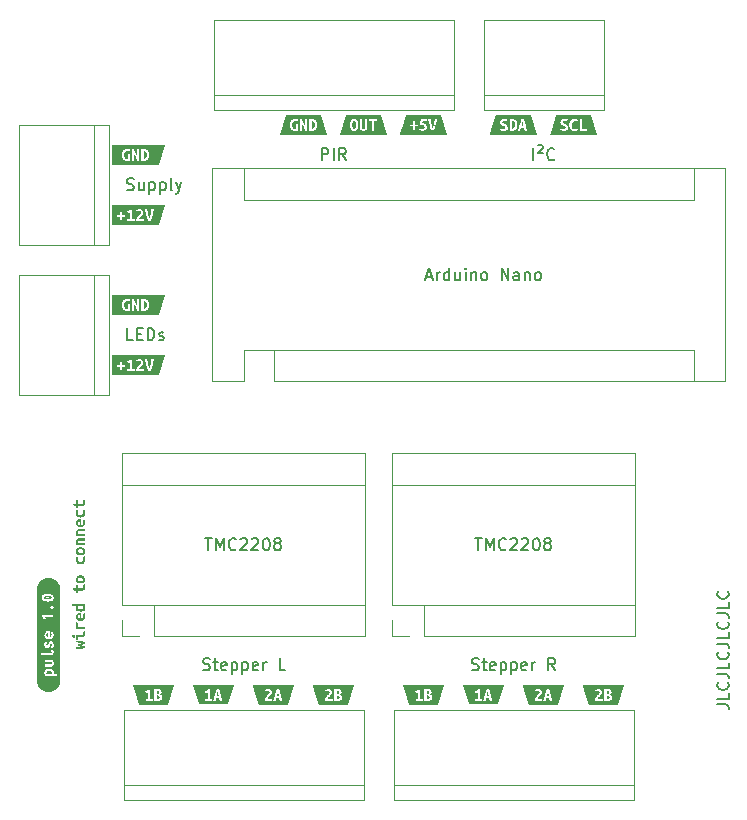
<source format=gbr>
%TF.GenerationSoftware,KiCad,Pcbnew,(6.0.7)*%
%TF.CreationDate,2022-08-10T04:04:00-07:00*%
%TF.ProjectId,pulse-pcb,70756c73-652d-4706-9362-2e6b69636164,rev?*%
%TF.SameCoordinates,Original*%
%TF.FileFunction,Legend,Top*%
%TF.FilePolarity,Positive*%
%FSLAX46Y46*%
G04 Gerber Fmt 4.6, Leading zero omitted, Abs format (unit mm)*
G04 Created by KiCad (PCBNEW (6.0.7)) date 2022-08-10 04:04:00*
%MOMM*%
%LPD*%
G01*
G04 APERTURE LIST*
%ADD10C,0.150000*%
%ADD11C,0.120000*%
G04 APERTURE END LIST*
D10*
X151852380Y-125269047D02*
X152566666Y-125269047D01*
X152709523Y-125316666D01*
X152804761Y-125411904D01*
X152852380Y-125554761D01*
X152852380Y-125650000D01*
X152852380Y-124316666D02*
X152852380Y-124792857D01*
X151852380Y-124792857D01*
X152757142Y-123411904D02*
X152804761Y-123459523D01*
X152852380Y-123602380D01*
X152852380Y-123697619D01*
X152804761Y-123840476D01*
X152709523Y-123935714D01*
X152614285Y-123983333D01*
X152423809Y-124030952D01*
X152280952Y-124030952D01*
X152090476Y-123983333D01*
X151995238Y-123935714D01*
X151900000Y-123840476D01*
X151852380Y-123697619D01*
X151852380Y-123602380D01*
X151900000Y-123459523D01*
X151947619Y-123411904D01*
X151852380Y-122697619D02*
X152566666Y-122697619D01*
X152709523Y-122745238D01*
X152804761Y-122840476D01*
X152852380Y-122983333D01*
X152852380Y-123078571D01*
X152852380Y-121745238D02*
X152852380Y-122221428D01*
X151852380Y-122221428D01*
X152757142Y-120840476D02*
X152804761Y-120888095D01*
X152852380Y-121030952D01*
X152852380Y-121126190D01*
X152804761Y-121269047D01*
X152709523Y-121364285D01*
X152614285Y-121411904D01*
X152423809Y-121459523D01*
X152280952Y-121459523D01*
X152090476Y-121411904D01*
X151995238Y-121364285D01*
X151900000Y-121269047D01*
X151852380Y-121126190D01*
X151852380Y-121030952D01*
X151900000Y-120888095D01*
X151947619Y-120840476D01*
X151852380Y-120126190D02*
X152566666Y-120126190D01*
X152709523Y-120173809D01*
X152804761Y-120269047D01*
X152852380Y-120411904D01*
X152852380Y-120507142D01*
X152852380Y-119173809D02*
X152852380Y-119650000D01*
X151852380Y-119650000D01*
X152757142Y-118269047D02*
X152804761Y-118316666D01*
X152852380Y-118459523D01*
X152852380Y-118554761D01*
X152804761Y-118697619D01*
X152709523Y-118792857D01*
X152614285Y-118840476D01*
X152423809Y-118888095D01*
X152280952Y-118888095D01*
X152090476Y-118840476D01*
X151995238Y-118792857D01*
X151900000Y-118697619D01*
X151852380Y-118554761D01*
X151852380Y-118459523D01*
X151900000Y-118316666D01*
X151947619Y-118269047D01*
X151852380Y-117554761D02*
X152566666Y-117554761D01*
X152709523Y-117602380D01*
X152804761Y-117697619D01*
X152852380Y-117840476D01*
X152852380Y-117935714D01*
X152852380Y-116602380D02*
X152852380Y-117078571D01*
X151852380Y-117078571D01*
X152757142Y-115697619D02*
X152804761Y-115745238D01*
X152852380Y-115888095D01*
X152852380Y-115983333D01*
X152804761Y-116126190D01*
X152709523Y-116221428D01*
X152614285Y-116269047D01*
X152423809Y-116316666D01*
X152280952Y-116316666D01*
X152090476Y-116269047D01*
X151995238Y-116221428D01*
X151900000Y-116126190D01*
X151852380Y-115983333D01*
X151852380Y-115888095D01*
X151900000Y-115745238D01*
X151947619Y-115697619D01*
X136279047Y-79192380D02*
X136279047Y-78192380D01*
X136707619Y-77954285D02*
X136802857Y-77906666D01*
X136945714Y-77906666D01*
X137040952Y-77954285D01*
X137088571Y-78049523D01*
X137088571Y-78144761D01*
X137040952Y-78240000D01*
X136707619Y-78573333D01*
X137088571Y-78573333D01*
X138088571Y-79097142D02*
X138040952Y-79144761D01*
X137898095Y-79192380D01*
X137802857Y-79192380D01*
X137660000Y-79144761D01*
X137564761Y-79049523D01*
X137517142Y-78954285D01*
X137469523Y-78763809D01*
X137469523Y-78620952D01*
X137517142Y-78430476D01*
X137564761Y-78335238D01*
X137660000Y-78240000D01*
X137802857Y-78192380D01*
X137898095Y-78192380D01*
X138040952Y-78240000D01*
X138088571Y-78287619D01*
X118380000Y-79192380D02*
X118380000Y-78192380D01*
X118760952Y-78192380D01*
X118856190Y-78240000D01*
X118903809Y-78287619D01*
X118951428Y-78382857D01*
X118951428Y-78525714D01*
X118903809Y-78620952D01*
X118856190Y-78668571D01*
X118760952Y-78716190D01*
X118380000Y-78716190D01*
X119380000Y-79192380D02*
X119380000Y-78192380D01*
X120427619Y-79192380D02*
X120094285Y-78716190D01*
X119856190Y-79192380D02*
X119856190Y-78192380D01*
X120237142Y-78192380D01*
X120332380Y-78240000D01*
X120380000Y-78287619D01*
X120427619Y-78382857D01*
X120427619Y-78525714D01*
X120380000Y-78620952D01*
X120332380Y-78668571D01*
X120237142Y-78716190D01*
X119856190Y-78716190D01*
X108498095Y-111212380D02*
X109069523Y-111212380D01*
X108783809Y-112212380D02*
X108783809Y-111212380D01*
X109402857Y-112212380D02*
X109402857Y-111212380D01*
X109736190Y-111926666D01*
X110069523Y-111212380D01*
X110069523Y-112212380D01*
X111117142Y-112117142D02*
X111069523Y-112164761D01*
X110926666Y-112212380D01*
X110831428Y-112212380D01*
X110688571Y-112164761D01*
X110593333Y-112069523D01*
X110545714Y-111974285D01*
X110498095Y-111783809D01*
X110498095Y-111640952D01*
X110545714Y-111450476D01*
X110593333Y-111355238D01*
X110688571Y-111260000D01*
X110831428Y-111212380D01*
X110926666Y-111212380D01*
X111069523Y-111260000D01*
X111117142Y-111307619D01*
X111498095Y-111307619D02*
X111545714Y-111260000D01*
X111640952Y-111212380D01*
X111879047Y-111212380D01*
X111974285Y-111260000D01*
X112021904Y-111307619D01*
X112069523Y-111402857D01*
X112069523Y-111498095D01*
X112021904Y-111640952D01*
X111450476Y-112212380D01*
X112069523Y-112212380D01*
X112450476Y-111307619D02*
X112498095Y-111260000D01*
X112593333Y-111212380D01*
X112831428Y-111212380D01*
X112926666Y-111260000D01*
X112974285Y-111307619D01*
X113021904Y-111402857D01*
X113021904Y-111498095D01*
X112974285Y-111640952D01*
X112402857Y-112212380D01*
X113021904Y-112212380D01*
X113640952Y-111212380D02*
X113736190Y-111212380D01*
X113831428Y-111260000D01*
X113879047Y-111307619D01*
X113926666Y-111402857D01*
X113974285Y-111593333D01*
X113974285Y-111831428D01*
X113926666Y-112021904D01*
X113879047Y-112117142D01*
X113831428Y-112164761D01*
X113736190Y-112212380D01*
X113640952Y-112212380D01*
X113545714Y-112164761D01*
X113498095Y-112117142D01*
X113450476Y-112021904D01*
X113402857Y-111831428D01*
X113402857Y-111593333D01*
X113450476Y-111402857D01*
X113498095Y-111307619D01*
X113545714Y-111260000D01*
X113640952Y-111212380D01*
X114545714Y-111640952D02*
X114450476Y-111593333D01*
X114402857Y-111545714D01*
X114355238Y-111450476D01*
X114355238Y-111402857D01*
X114402857Y-111307619D01*
X114450476Y-111260000D01*
X114545714Y-111212380D01*
X114736190Y-111212380D01*
X114831428Y-111260000D01*
X114879047Y-111307619D01*
X114926666Y-111402857D01*
X114926666Y-111450476D01*
X114879047Y-111545714D01*
X114831428Y-111593333D01*
X114736190Y-111640952D01*
X114545714Y-111640952D01*
X114450476Y-111688571D01*
X114402857Y-111736190D01*
X114355238Y-111831428D01*
X114355238Y-112021904D01*
X114402857Y-112117142D01*
X114450476Y-112164761D01*
X114545714Y-112212380D01*
X114736190Y-112212380D01*
X114831428Y-112164761D01*
X114879047Y-112117142D01*
X114926666Y-112021904D01*
X114926666Y-111831428D01*
X114879047Y-111736190D01*
X114831428Y-111688571D01*
X114736190Y-111640952D01*
X131358095Y-111212380D02*
X131929523Y-111212380D01*
X131643809Y-112212380D02*
X131643809Y-111212380D01*
X132262857Y-112212380D02*
X132262857Y-111212380D01*
X132596190Y-111926666D01*
X132929523Y-111212380D01*
X132929523Y-112212380D01*
X133977142Y-112117142D02*
X133929523Y-112164761D01*
X133786666Y-112212380D01*
X133691428Y-112212380D01*
X133548571Y-112164761D01*
X133453333Y-112069523D01*
X133405714Y-111974285D01*
X133358095Y-111783809D01*
X133358095Y-111640952D01*
X133405714Y-111450476D01*
X133453333Y-111355238D01*
X133548571Y-111260000D01*
X133691428Y-111212380D01*
X133786666Y-111212380D01*
X133929523Y-111260000D01*
X133977142Y-111307619D01*
X134358095Y-111307619D02*
X134405714Y-111260000D01*
X134500952Y-111212380D01*
X134739047Y-111212380D01*
X134834285Y-111260000D01*
X134881904Y-111307619D01*
X134929523Y-111402857D01*
X134929523Y-111498095D01*
X134881904Y-111640952D01*
X134310476Y-112212380D01*
X134929523Y-112212380D01*
X135310476Y-111307619D02*
X135358095Y-111260000D01*
X135453333Y-111212380D01*
X135691428Y-111212380D01*
X135786666Y-111260000D01*
X135834285Y-111307619D01*
X135881904Y-111402857D01*
X135881904Y-111498095D01*
X135834285Y-111640952D01*
X135262857Y-112212380D01*
X135881904Y-112212380D01*
X136500952Y-111212380D02*
X136596190Y-111212380D01*
X136691428Y-111260000D01*
X136739047Y-111307619D01*
X136786666Y-111402857D01*
X136834285Y-111593333D01*
X136834285Y-111831428D01*
X136786666Y-112021904D01*
X136739047Y-112117142D01*
X136691428Y-112164761D01*
X136596190Y-112212380D01*
X136500952Y-112212380D01*
X136405714Y-112164761D01*
X136358095Y-112117142D01*
X136310476Y-112021904D01*
X136262857Y-111831428D01*
X136262857Y-111593333D01*
X136310476Y-111402857D01*
X136358095Y-111307619D01*
X136405714Y-111260000D01*
X136500952Y-111212380D01*
X137405714Y-111640952D02*
X137310476Y-111593333D01*
X137262857Y-111545714D01*
X137215238Y-111450476D01*
X137215238Y-111402857D01*
X137262857Y-111307619D01*
X137310476Y-111260000D01*
X137405714Y-111212380D01*
X137596190Y-111212380D01*
X137691428Y-111260000D01*
X137739047Y-111307619D01*
X137786666Y-111402857D01*
X137786666Y-111450476D01*
X137739047Y-111545714D01*
X137691428Y-111593333D01*
X137596190Y-111640952D01*
X137405714Y-111640952D01*
X137310476Y-111688571D01*
X137262857Y-111736190D01*
X137215238Y-111831428D01*
X137215238Y-112021904D01*
X137262857Y-112117142D01*
X137310476Y-112164761D01*
X137405714Y-112212380D01*
X137596190Y-112212380D01*
X137691428Y-112164761D01*
X137739047Y-112117142D01*
X137786666Y-112021904D01*
X137786666Y-111831428D01*
X137739047Y-111736190D01*
X137691428Y-111688571D01*
X137596190Y-111640952D01*
X127222857Y-89066666D02*
X127699047Y-89066666D01*
X127127619Y-89352380D02*
X127460952Y-88352380D01*
X127794285Y-89352380D01*
X128127619Y-89352380D02*
X128127619Y-88685714D01*
X128127619Y-88876190D02*
X128175238Y-88780952D01*
X128222857Y-88733333D01*
X128318095Y-88685714D01*
X128413333Y-88685714D01*
X129175238Y-89352380D02*
X129175238Y-88352380D01*
X129175238Y-89304761D02*
X129080000Y-89352380D01*
X128889523Y-89352380D01*
X128794285Y-89304761D01*
X128746666Y-89257142D01*
X128699047Y-89161904D01*
X128699047Y-88876190D01*
X128746666Y-88780952D01*
X128794285Y-88733333D01*
X128889523Y-88685714D01*
X129080000Y-88685714D01*
X129175238Y-88733333D01*
X130080000Y-88685714D02*
X130080000Y-89352380D01*
X129651428Y-88685714D02*
X129651428Y-89209523D01*
X129699047Y-89304761D01*
X129794285Y-89352380D01*
X129937142Y-89352380D01*
X130032380Y-89304761D01*
X130080000Y-89257142D01*
X130556190Y-89352380D02*
X130556190Y-88685714D01*
X130556190Y-88352380D02*
X130508571Y-88400000D01*
X130556190Y-88447619D01*
X130603809Y-88400000D01*
X130556190Y-88352380D01*
X130556190Y-88447619D01*
X131032380Y-88685714D02*
X131032380Y-89352380D01*
X131032380Y-88780952D02*
X131080000Y-88733333D01*
X131175238Y-88685714D01*
X131318095Y-88685714D01*
X131413333Y-88733333D01*
X131460952Y-88828571D01*
X131460952Y-89352380D01*
X132080000Y-89352380D02*
X131984761Y-89304761D01*
X131937142Y-89257142D01*
X131889523Y-89161904D01*
X131889523Y-88876190D01*
X131937142Y-88780952D01*
X131984761Y-88733333D01*
X132080000Y-88685714D01*
X132222857Y-88685714D01*
X132318095Y-88733333D01*
X132365714Y-88780952D01*
X132413333Y-88876190D01*
X132413333Y-89161904D01*
X132365714Y-89257142D01*
X132318095Y-89304761D01*
X132222857Y-89352380D01*
X132080000Y-89352380D01*
X133603809Y-89352380D02*
X133603809Y-88352380D01*
X134175238Y-89352380D01*
X134175238Y-88352380D01*
X135080000Y-89352380D02*
X135080000Y-88828571D01*
X135032380Y-88733333D01*
X134937142Y-88685714D01*
X134746666Y-88685714D01*
X134651428Y-88733333D01*
X135080000Y-89304761D02*
X134984761Y-89352380D01*
X134746666Y-89352380D01*
X134651428Y-89304761D01*
X134603809Y-89209523D01*
X134603809Y-89114285D01*
X134651428Y-89019047D01*
X134746666Y-88971428D01*
X134984761Y-88971428D01*
X135080000Y-88923809D01*
X135556190Y-88685714D02*
X135556190Y-89352380D01*
X135556190Y-88780952D02*
X135603809Y-88733333D01*
X135699047Y-88685714D01*
X135841904Y-88685714D01*
X135937142Y-88733333D01*
X135984761Y-88828571D01*
X135984761Y-89352380D01*
X136603809Y-89352380D02*
X136508571Y-89304761D01*
X136460952Y-89257142D01*
X136413333Y-89161904D01*
X136413333Y-88876190D01*
X136460952Y-88780952D01*
X136508571Y-88733333D01*
X136603809Y-88685714D01*
X136746666Y-88685714D01*
X136841904Y-88733333D01*
X136889523Y-88780952D01*
X136937142Y-88876190D01*
X136937142Y-89161904D01*
X136889523Y-89257142D01*
X136841904Y-89304761D01*
X136746666Y-89352380D01*
X136603809Y-89352380D01*
X131096190Y-122324761D02*
X131239047Y-122372380D01*
X131477142Y-122372380D01*
X131572380Y-122324761D01*
X131620000Y-122277142D01*
X131667619Y-122181904D01*
X131667619Y-122086666D01*
X131620000Y-121991428D01*
X131572380Y-121943809D01*
X131477142Y-121896190D01*
X131286666Y-121848571D01*
X131191428Y-121800952D01*
X131143809Y-121753333D01*
X131096190Y-121658095D01*
X131096190Y-121562857D01*
X131143809Y-121467619D01*
X131191428Y-121420000D01*
X131286666Y-121372380D01*
X131524761Y-121372380D01*
X131667619Y-121420000D01*
X131953333Y-121705714D02*
X132334285Y-121705714D01*
X132096190Y-121372380D02*
X132096190Y-122229523D01*
X132143809Y-122324761D01*
X132239047Y-122372380D01*
X132334285Y-122372380D01*
X133048571Y-122324761D02*
X132953333Y-122372380D01*
X132762857Y-122372380D01*
X132667619Y-122324761D01*
X132620000Y-122229523D01*
X132620000Y-121848571D01*
X132667619Y-121753333D01*
X132762857Y-121705714D01*
X132953333Y-121705714D01*
X133048571Y-121753333D01*
X133096190Y-121848571D01*
X133096190Y-121943809D01*
X132620000Y-122039047D01*
X133524761Y-121705714D02*
X133524761Y-122705714D01*
X133524761Y-121753333D02*
X133620000Y-121705714D01*
X133810476Y-121705714D01*
X133905714Y-121753333D01*
X133953333Y-121800952D01*
X134000952Y-121896190D01*
X134000952Y-122181904D01*
X133953333Y-122277142D01*
X133905714Y-122324761D01*
X133810476Y-122372380D01*
X133620000Y-122372380D01*
X133524761Y-122324761D01*
X134429523Y-121705714D02*
X134429523Y-122705714D01*
X134429523Y-121753333D02*
X134524761Y-121705714D01*
X134715238Y-121705714D01*
X134810476Y-121753333D01*
X134858095Y-121800952D01*
X134905714Y-121896190D01*
X134905714Y-122181904D01*
X134858095Y-122277142D01*
X134810476Y-122324761D01*
X134715238Y-122372380D01*
X134524761Y-122372380D01*
X134429523Y-122324761D01*
X135715238Y-122324761D02*
X135620000Y-122372380D01*
X135429523Y-122372380D01*
X135334285Y-122324761D01*
X135286666Y-122229523D01*
X135286666Y-121848571D01*
X135334285Y-121753333D01*
X135429523Y-121705714D01*
X135620000Y-121705714D01*
X135715238Y-121753333D01*
X135762857Y-121848571D01*
X135762857Y-121943809D01*
X135286666Y-122039047D01*
X136191428Y-122372380D02*
X136191428Y-121705714D01*
X136191428Y-121896190D02*
X136239047Y-121800952D01*
X136286666Y-121753333D01*
X136381904Y-121705714D01*
X136477142Y-121705714D01*
X138143809Y-122372380D02*
X137810476Y-121896190D01*
X137572380Y-122372380D02*
X137572380Y-121372380D01*
X137953333Y-121372380D01*
X138048571Y-121420000D01*
X138096190Y-121467619D01*
X138143809Y-121562857D01*
X138143809Y-121705714D01*
X138096190Y-121800952D01*
X138048571Y-121848571D01*
X137953333Y-121896190D01*
X137572380Y-121896190D01*
X108331428Y-122324761D02*
X108474285Y-122372380D01*
X108712380Y-122372380D01*
X108807619Y-122324761D01*
X108855238Y-122277142D01*
X108902857Y-122181904D01*
X108902857Y-122086666D01*
X108855238Y-121991428D01*
X108807619Y-121943809D01*
X108712380Y-121896190D01*
X108521904Y-121848571D01*
X108426666Y-121800952D01*
X108379047Y-121753333D01*
X108331428Y-121658095D01*
X108331428Y-121562857D01*
X108379047Y-121467619D01*
X108426666Y-121420000D01*
X108521904Y-121372380D01*
X108760000Y-121372380D01*
X108902857Y-121420000D01*
X109188571Y-121705714D02*
X109569523Y-121705714D01*
X109331428Y-121372380D02*
X109331428Y-122229523D01*
X109379047Y-122324761D01*
X109474285Y-122372380D01*
X109569523Y-122372380D01*
X110283809Y-122324761D02*
X110188571Y-122372380D01*
X109998095Y-122372380D01*
X109902857Y-122324761D01*
X109855238Y-122229523D01*
X109855238Y-121848571D01*
X109902857Y-121753333D01*
X109998095Y-121705714D01*
X110188571Y-121705714D01*
X110283809Y-121753333D01*
X110331428Y-121848571D01*
X110331428Y-121943809D01*
X109855238Y-122039047D01*
X110760000Y-121705714D02*
X110760000Y-122705714D01*
X110760000Y-121753333D02*
X110855238Y-121705714D01*
X111045714Y-121705714D01*
X111140952Y-121753333D01*
X111188571Y-121800952D01*
X111236190Y-121896190D01*
X111236190Y-122181904D01*
X111188571Y-122277142D01*
X111140952Y-122324761D01*
X111045714Y-122372380D01*
X110855238Y-122372380D01*
X110760000Y-122324761D01*
X111664761Y-121705714D02*
X111664761Y-122705714D01*
X111664761Y-121753333D02*
X111760000Y-121705714D01*
X111950476Y-121705714D01*
X112045714Y-121753333D01*
X112093333Y-121800952D01*
X112140952Y-121896190D01*
X112140952Y-122181904D01*
X112093333Y-122277142D01*
X112045714Y-122324761D01*
X111950476Y-122372380D01*
X111760000Y-122372380D01*
X111664761Y-122324761D01*
X112950476Y-122324761D02*
X112855238Y-122372380D01*
X112664761Y-122372380D01*
X112569523Y-122324761D01*
X112521904Y-122229523D01*
X112521904Y-121848571D01*
X112569523Y-121753333D01*
X112664761Y-121705714D01*
X112855238Y-121705714D01*
X112950476Y-121753333D01*
X112998095Y-121848571D01*
X112998095Y-121943809D01*
X112521904Y-122039047D01*
X113426666Y-122372380D02*
X113426666Y-121705714D01*
X113426666Y-121896190D02*
X113474285Y-121800952D01*
X113521904Y-121753333D01*
X113617142Y-121705714D01*
X113712380Y-121705714D01*
X115283809Y-122372380D02*
X114807619Y-122372380D01*
X114807619Y-121372380D01*
X102411785Y-94432380D02*
X101935595Y-94432380D01*
X101935595Y-93432380D01*
X102745119Y-93908571D02*
X103078452Y-93908571D01*
X103221309Y-94432380D02*
X102745119Y-94432380D01*
X102745119Y-93432380D01*
X103221309Y-93432380D01*
X103649880Y-94432380D02*
X103649880Y-93432380D01*
X103887976Y-93432380D01*
X104030833Y-93480000D01*
X104126071Y-93575238D01*
X104173690Y-93670476D01*
X104221309Y-93860952D01*
X104221309Y-94003809D01*
X104173690Y-94194285D01*
X104126071Y-94289523D01*
X104030833Y-94384761D01*
X103887976Y-94432380D01*
X103649880Y-94432380D01*
X104602261Y-94384761D02*
X104697500Y-94432380D01*
X104887976Y-94432380D01*
X104983214Y-94384761D01*
X105030833Y-94289523D01*
X105030833Y-94241904D01*
X104983214Y-94146666D01*
X104887976Y-94099047D01*
X104745119Y-94099047D01*
X104649880Y-94051428D01*
X104602261Y-93956190D01*
X104602261Y-93908571D01*
X104649880Y-93813333D01*
X104745119Y-93765714D01*
X104887976Y-93765714D01*
X104983214Y-93813333D01*
X101887976Y-81684761D02*
X102030833Y-81732380D01*
X102268928Y-81732380D01*
X102364166Y-81684761D01*
X102411785Y-81637142D01*
X102459404Y-81541904D01*
X102459404Y-81446666D01*
X102411785Y-81351428D01*
X102364166Y-81303809D01*
X102268928Y-81256190D01*
X102078452Y-81208571D01*
X101983214Y-81160952D01*
X101935595Y-81113333D01*
X101887976Y-81018095D01*
X101887976Y-80922857D01*
X101935595Y-80827619D01*
X101983214Y-80780000D01*
X102078452Y-80732380D01*
X102316547Y-80732380D01*
X102459404Y-80780000D01*
X103316547Y-81065714D02*
X103316547Y-81732380D01*
X102887976Y-81065714D02*
X102887976Y-81589523D01*
X102935595Y-81684761D01*
X103030833Y-81732380D01*
X103173690Y-81732380D01*
X103268928Y-81684761D01*
X103316547Y-81637142D01*
X103792738Y-81065714D02*
X103792738Y-82065714D01*
X103792738Y-81113333D02*
X103887976Y-81065714D01*
X104078452Y-81065714D01*
X104173690Y-81113333D01*
X104221309Y-81160952D01*
X104268928Y-81256190D01*
X104268928Y-81541904D01*
X104221309Y-81637142D01*
X104173690Y-81684761D01*
X104078452Y-81732380D01*
X103887976Y-81732380D01*
X103792738Y-81684761D01*
X104697500Y-81065714D02*
X104697500Y-82065714D01*
X104697500Y-81113333D02*
X104792738Y-81065714D01*
X104983214Y-81065714D01*
X105078452Y-81113333D01*
X105126071Y-81160952D01*
X105173690Y-81256190D01*
X105173690Y-81541904D01*
X105126071Y-81637142D01*
X105078452Y-81684761D01*
X104983214Y-81732380D01*
X104792738Y-81732380D01*
X104697500Y-81684761D01*
X105745119Y-81732380D02*
X105649880Y-81684761D01*
X105602261Y-81589523D01*
X105602261Y-80732380D01*
X106030833Y-81065714D02*
X106268928Y-81732380D01*
X106507023Y-81065714D02*
X106268928Y-81732380D01*
X106173690Y-81970476D01*
X106126071Y-82018095D01*
X106030833Y-82065714D01*
%TO.C,kibuzzard-62F38FA3*%
G36*
X98336541Y-117170024D02*
G01*
X98302145Y-117258130D01*
X98244819Y-117327362D01*
X98167560Y-117377192D01*
X98073369Y-117407090D01*
X97962244Y-117417056D01*
X97849090Y-117408678D01*
X97753047Y-117383542D01*
X97674112Y-117341650D01*
X97615463Y-117283353D01*
X97580274Y-117209006D01*
X97568544Y-117118606D01*
X97572286Y-117085269D01*
X97736819Y-117085269D01*
X97750709Y-117145594D01*
X97792381Y-117186869D01*
X97860247Y-117210681D01*
X97952719Y-117218619D01*
X98043603Y-117209292D01*
X98116231Y-117181312D01*
X98163856Y-117132695D01*
X98179731Y-117061456D01*
X98178144Y-117017006D01*
X98173381Y-116974144D01*
X97766981Y-116974144D01*
X97745550Y-117024944D01*
X97736819Y-117085269D01*
X97572286Y-117085269D01*
X97577275Y-117040819D01*
X97601881Y-116974144D01*
X97262156Y-116974144D01*
X97228819Y-116778881D01*
X98308319Y-116778881D01*
X98324194Y-116838809D01*
X98336894Y-116910644D01*
X98345228Y-116987637D01*
X98347948Y-117061456D01*
X98348006Y-117063044D01*
X98336541Y-117170024D01*
G37*
G36*
X98338481Y-115241387D02*
G01*
X98348006Y-115362831D01*
X98336894Y-115483481D01*
X98294031Y-115572381D01*
X98204337Y-115627944D01*
X98137464Y-115642231D01*
X98052731Y-115646994D01*
X97746344Y-115646994D01*
X97746344Y-115816856D01*
X97584419Y-115816856D01*
X97584419Y-115646994D01*
X97397094Y-115646994D01*
X97365344Y-115451731D01*
X97584419Y-115451731D01*
X97584419Y-115138994D01*
X97746344Y-115138994D01*
X97746344Y-115451731D01*
X98047969Y-115451731D01*
X98114644Y-115443794D01*
X98154331Y-115421569D01*
X98173381Y-115386644D01*
X98178144Y-115340606D01*
X98176556Y-115290600D01*
X98171000Y-115246150D01*
X98159094Y-115201700D01*
X98138456Y-115151694D01*
X98306731Y-115124706D01*
X98338481Y-115241387D01*
G37*
G36*
X98338481Y-108097637D02*
G01*
X98348006Y-108219081D01*
X98336894Y-108339731D01*
X98294031Y-108428631D01*
X98204337Y-108484194D01*
X98137464Y-108498481D01*
X98052731Y-108503244D01*
X97746344Y-108503244D01*
X97746344Y-108673106D01*
X97584419Y-108673106D01*
X97584419Y-108503244D01*
X97397094Y-108503244D01*
X97365344Y-108307981D01*
X97584419Y-108307981D01*
X97584419Y-107995244D01*
X97746344Y-107995244D01*
X97746344Y-108307981D01*
X98047969Y-108307981D01*
X98114644Y-108300044D01*
X98154331Y-108277819D01*
X98173381Y-108242894D01*
X98178144Y-108196856D01*
X98176556Y-108146850D01*
X98171000Y-108102400D01*
X98159094Y-108057950D01*
X98138456Y-108007944D01*
X98306731Y-107980956D01*
X98338481Y-108097637D01*
G37*
G36*
X97691575Y-119869793D02*
G01*
X97795556Y-119881055D01*
X97896362Y-119894003D01*
X97993994Y-119908637D01*
X98116760Y-119930069D01*
X98228944Y-119953088D01*
X98330544Y-119977694D01*
X98330544Y-120125331D01*
X98240056Y-120157875D01*
X98159888Y-120186450D01*
X98078925Y-120213438D01*
X97986056Y-120241219D01*
X98077337Y-120269794D01*
X98157506Y-120295988D01*
X98238469Y-120323769D01*
X98330544Y-120358694D01*
X98330544Y-120506331D01*
X98256923Y-120524786D01*
X98175762Y-120542050D01*
X98088053Y-120558123D01*
X97994787Y-120573006D01*
X97896958Y-120586500D01*
X97795556Y-120598406D01*
X97691178Y-120609122D01*
X97584419Y-120619044D01*
X97584419Y-120452356D01*
X97675788Y-120448035D01*
X97765747Y-120443537D01*
X97854294Y-120438862D01*
X97943017Y-120432777D01*
X98033505Y-120424046D01*
X98125756Y-120412669D01*
X98013837Y-120376950D01*
X97915412Y-120349963D01*
X97824925Y-120327737D01*
X97735231Y-120306306D01*
X97735231Y-120165019D01*
X97824925Y-120145175D01*
X97915412Y-120122950D01*
X98013837Y-120097550D01*
X98125756Y-120065006D01*
X98054319Y-120056275D01*
X97986056Y-120049131D01*
X97919580Y-120043377D01*
X97853500Y-120038813D01*
X97721737Y-120032463D01*
X97654467Y-120029883D01*
X97584419Y-120026906D01*
X97584419Y-119860219D01*
X97691575Y-119869793D01*
G37*
G36*
X98322606Y-112444212D02*
G01*
X98288078Y-112504141D01*
X98241644Y-112555337D01*
X98184295Y-112596811D01*
X98117025Y-112627569D01*
X98040627Y-112646619D01*
X97955894Y-112652969D01*
X97872352Y-112646420D01*
X97796350Y-112626775D01*
X97729278Y-112595422D01*
X97672525Y-112553750D01*
X97626884Y-112502355D01*
X97593150Y-112441831D01*
X97572314Y-112373966D01*
X97565369Y-112300544D01*
X97735231Y-112300544D01*
X97750511Y-112367417D01*
X97796350Y-112415637D01*
X97867192Y-112444808D01*
X97957481Y-112454531D01*
X98047969Y-112445602D01*
X98119406Y-112418812D01*
X98165841Y-112372180D01*
X98181319Y-112303719D01*
X98165841Y-112236845D01*
X98119406Y-112188625D01*
X98047969Y-112159455D01*
X97957481Y-112149731D01*
X97867192Y-112158661D01*
X97796350Y-112185450D01*
X97750511Y-112232083D01*
X97735231Y-112300544D01*
X97565369Y-112300544D01*
X97572314Y-112226130D01*
X97593150Y-112158462D01*
X97626884Y-112098534D01*
X97672525Y-112047337D01*
X97729278Y-112005864D01*
X97796350Y-111975106D01*
X97872352Y-111956056D01*
X97955894Y-111949706D01*
X98040627Y-111956056D01*
X98117025Y-111975106D01*
X98184295Y-112005666D01*
X98241644Y-112046544D01*
X98288078Y-112097145D01*
X98322606Y-112156875D01*
X98344038Y-112224939D01*
X98351181Y-112300544D01*
X98350881Y-112303719D01*
X98344038Y-112376148D01*
X98322606Y-112444212D01*
G37*
G36*
X98322606Y-114825462D02*
G01*
X98288078Y-114885391D01*
X98241644Y-114936587D01*
X98184295Y-114978061D01*
X98117025Y-115008819D01*
X98040627Y-115027869D01*
X97955894Y-115034219D01*
X97872352Y-115027670D01*
X97796350Y-115008025D01*
X97729278Y-114976672D01*
X97672525Y-114935000D01*
X97626884Y-114883605D01*
X97593150Y-114823081D01*
X97572314Y-114755216D01*
X97565369Y-114681794D01*
X97735231Y-114681794D01*
X97750511Y-114748667D01*
X97796350Y-114796887D01*
X97867192Y-114826058D01*
X97957481Y-114835781D01*
X98047969Y-114826852D01*
X98119406Y-114800062D01*
X98165841Y-114753430D01*
X98181319Y-114684969D01*
X98165841Y-114618095D01*
X98119406Y-114569875D01*
X98047969Y-114540705D01*
X97957481Y-114530981D01*
X97867192Y-114539911D01*
X97796350Y-114566700D01*
X97750511Y-114613333D01*
X97735231Y-114681794D01*
X97565369Y-114681794D01*
X97572314Y-114607380D01*
X97593150Y-114539712D01*
X97626884Y-114479784D01*
X97672525Y-114428587D01*
X97729278Y-114387114D01*
X97796350Y-114356356D01*
X97872352Y-114337306D01*
X97955894Y-114330956D01*
X98040627Y-114337306D01*
X98117025Y-114356356D01*
X98184295Y-114386916D01*
X98241644Y-114427794D01*
X98288078Y-114478395D01*
X98322606Y-114538125D01*
X98344038Y-114606189D01*
X98351181Y-114681794D01*
X98350881Y-114684969D01*
X98344038Y-114757398D01*
X98322606Y-114825462D01*
G37*
G36*
X98086267Y-110051850D02*
G01*
X98136075Y-110006606D01*
X98167627Y-109937550D01*
X98178144Y-109851031D01*
X98165444Y-109739112D01*
X98140044Y-109649419D01*
X98306731Y-109622431D01*
X98336100Y-109730381D01*
X98348006Y-109858969D01*
X98341855Y-109949258D01*
X98323400Y-110029625D01*
X98292841Y-110099475D01*
X98250375Y-110158212D01*
X98196202Y-110205242D01*
X98130519Y-110239969D01*
X98053128Y-110261400D01*
X97963831Y-110268544D01*
X97871359Y-110261003D01*
X97790794Y-110238381D01*
X97722333Y-110203456D01*
X97666175Y-110159006D01*
X97622320Y-110106222D01*
X97590769Y-110046294D01*
X97571719Y-109982000D01*
X97565369Y-109916119D01*
X97565709Y-109912944D01*
X97728881Y-109912944D01*
X97741581Y-109978825D01*
X97776506Y-110024862D01*
X97827306Y-110053437D01*
X97886044Y-110066931D01*
X97886044Y-109768481D01*
X97828100Y-109776419D01*
X97778094Y-109801819D01*
X97742375Y-109846269D01*
X97728881Y-109912944D01*
X97565709Y-109912944D01*
X97576217Y-109814872D01*
X97608760Y-109731263D01*
X97663000Y-109665294D01*
X97738053Y-109617669D01*
X97833039Y-109589094D01*
X97947956Y-109579569D01*
X97987644Y-109580362D01*
X98020981Y-109582744D01*
X98020981Y-110066931D01*
X98086267Y-110051850D01*
G37*
G36*
X98086267Y-117989350D02*
G01*
X98136075Y-117944106D01*
X98167627Y-117875050D01*
X98178144Y-117788531D01*
X98165444Y-117676613D01*
X98140044Y-117586919D01*
X98306731Y-117559931D01*
X98336100Y-117667881D01*
X98348006Y-117796469D01*
X98341855Y-117886758D01*
X98323400Y-117967125D01*
X98292841Y-118036975D01*
X98250375Y-118095712D01*
X98196202Y-118142742D01*
X98130519Y-118177469D01*
X98053128Y-118198900D01*
X97963831Y-118206044D01*
X97871359Y-118198503D01*
X97790794Y-118175881D01*
X97722333Y-118140956D01*
X97666175Y-118096506D01*
X97622320Y-118043722D01*
X97590769Y-117983794D01*
X97571719Y-117919500D01*
X97565369Y-117853619D01*
X97565709Y-117850444D01*
X97728881Y-117850444D01*
X97741581Y-117916325D01*
X97776506Y-117962362D01*
X97827306Y-117990937D01*
X97886044Y-118004431D01*
X97886044Y-117705981D01*
X97828100Y-117713919D01*
X97778094Y-117739319D01*
X97742375Y-117783769D01*
X97728881Y-117850444D01*
X97565709Y-117850444D01*
X97576217Y-117752372D01*
X97608760Y-117668763D01*
X97663000Y-117602794D01*
X97738053Y-117555169D01*
X97833039Y-117526594D01*
X97947956Y-117517069D01*
X97987644Y-117517863D01*
X98020981Y-117520244D01*
X98020981Y-118004431D01*
X98086267Y-117989350D01*
G37*
G36*
X98337688Y-112852994D02*
G01*
X98345427Y-112916891D01*
X98348006Y-112991106D01*
X98340466Y-113097270D01*
X98317844Y-113187162D01*
X98282125Y-113261577D01*
X98235294Y-113321306D01*
X98178144Y-113366748D01*
X98111469Y-113398300D01*
X98037253Y-113416755D01*
X97957481Y-113422906D01*
X97878900Y-113416556D01*
X97805081Y-113397506D01*
X97738208Y-113365359D01*
X97680462Y-113319719D01*
X97632837Y-113260386D01*
X97596325Y-113187162D01*
X97573108Y-113099255D01*
X97565369Y-112995869D01*
X97574894Y-112875219D01*
X97606644Y-112765681D01*
X97763806Y-112808544D01*
X97743962Y-112879187D01*
X97735231Y-112978406D01*
X97751900Y-113095087D01*
X97797937Y-113170494D01*
X97868581Y-113211769D01*
X97957481Y-113224469D01*
X98049556Y-113209983D01*
X98119406Y-113166525D01*
X98163459Y-113088142D01*
X98178144Y-112968881D01*
X98171794Y-112872837D01*
X98151156Y-112781556D01*
X98311494Y-112752981D01*
X98337688Y-112852994D01*
G37*
G36*
X98337688Y-108884244D02*
G01*
X98345427Y-108948141D01*
X98348006Y-109022356D01*
X98340466Y-109128520D01*
X98317844Y-109218412D01*
X98282125Y-109292827D01*
X98235294Y-109352556D01*
X98178144Y-109397998D01*
X98111469Y-109429550D01*
X98037253Y-109448005D01*
X97957481Y-109454156D01*
X97878900Y-109447806D01*
X97805081Y-109428756D01*
X97738208Y-109396609D01*
X97680462Y-109350969D01*
X97632837Y-109291636D01*
X97596325Y-109218412D01*
X97573108Y-109130505D01*
X97565369Y-109027119D01*
X97574894Y-108906469D01*
X97606644Y-108796931D01*
X97763806Y-108839794D01*
X97743962Y-108910437D01*
X97735231Y-109009656D01*
X97751900Y-109126337D01*
X97797937Y-109201744D01*
X97868581Y-109243019D01*
X97957481Y-109255719D01*
X98049556Y-109241233D01*
X98119406Y-109197775D01*
X98163459Y-109119392D01*
X98178144Y-109000131D01*
X98171794Y-108904087D01*
X98151156Y-108812806D01*
X98311494Y-108784231D01*
X98337688Y-108884244D01*
G37*
G36*
X98337688Y-119214900D02*
G01*
X98348006Y-119312531D01*
X98342450Y-119382580D01*
X98325781Y-119440325D01*
X98261487Y-119522875D01*
X98159094Y-119566531D01*
X98094403Y-119576056D01*
X98020981Y-119579231D01*
X97746344Y-119579231D01*
X97746344Y-119785606D01*
X97584419Y-119785606D01*
X97584419Y-119383969D01*
X98046381Y-119383969D01*
X98145600Y-119359363D01*
X98178144Y-119277606D01*
X98171000Y-119212519D01*
X98141631Y-119126794D01*
X98298794Y-119101394D01*
X98337688Y-119214900D01*
G37*
G36*
X98330544Y-111400431D02*
G01*
X97935256Y-111400431D01*
X97845166Y-111406384D01*
X97784444Y-111424244D01*
X97738406Y-111521081D01*
X97739994Y-111564737D01*
X97744756Y-111609981D01*
X98330544Y-111609981D01*
X98330544Y-111805244D01*
X97608231Y-111805244D01*
X97594341Y-111746705D01*
X97581244Y-111675862D01*
X97571719Y-111595495D01*
X97568544Y-111508381D01*
X97574695Y-111427022D01*
X97593150Y-111360744D01*
X97663000Y-111267875D01*
X97770950Y-111219456D01*
X97837030Y-111208741D01*
X97909856Y-111205169D01*
X98330544Y-111205169D01*
X98330544Y-111400431D01*
G37*
G36*
X98330544Y-110606681D02*
G01*
X97935256Y-110606681D01*
X97845166Y-110612634D01*
X97784444Y-110630494D01*
X97738406Y-110727331D01*
X97739994Y-110770987D01*
X97744756Y-110816231D01*
X98330544Y-110816231D01*
X98330544Y-111011494D01*
X97608231Y-111011494D01*
X97594341Y-110952955D01*
X97581244Y-110882112D01*
X97571719Y-110801745D01*
X97568544Y-110714631D01*
X97574695Y-110633272D01*
X97593150Y-110566994D01*
X97663000Y-110474125D01*
X97770950Y-110425706D01*
X97837030Y-110414991D01*
X97909856Y-110411419D01*
X98330544Y-110411419D01*
X98330544Y-110606681D01*
G37*
G36*
X97782856Y-118355269D02*
G01*
X97773331Y-118400513D01*
X97764600Y-118453694D01*
X97759044Y-118506081D01*
X97757456Y-118548944D01*
X97761425Y-118629906D01*
X97776506Y-118710869D01*
X98330544Y-118710869D01*
X98330544Y-118907719D01*
X97633631Y-118907719D01*
X97607834Y-118828939D01*
X97587594Y-118748175D01*
X97574497Y-118659473D01*
X97570131Y-118556881D01*
X97571719Y-118511637D01*
X97577275Y-118448931D01*
X97586800Y-118381463D01*
X97601881Y-118320344D01*
X97782856Y-118355269D01*
G37*
G36*
X97460594Y-119428419D02*
G01*
X97493931Y-119515731D01*
X97460594Y-119602250D01*
X97370106Y-119637969D01*
X97278031Y-119602250D01*
X97244694Y-119515731D01*
X97278031Y-119428419D01*
X97370106Y-119391906D01*
X97460594Y-119428419D01*
G37*
%TO.C,kibuzzard-62F38F2E*%
G36*
X96252945Y-123303598D02*
G01*
X96238433Y-123401428D01*
X96214402Y-123497365D01*
X96181084Y-123590484D01*
X96138798Y-123679889D01*
X96087953Y-123764719D01*
X96029038Y-123844157D01*
X95962621Y-123917437D01*
X95889340Y-123983855D01*
X95809903Y-124042770D01*
X95725073Y-124093615D01*
X95635668Y-124135900D01*
X95542548Y-124169219D01*
X95446612Y-124193250D01*
X95348781Y-124207762D01*
X95250000Y-124212615D01*
X95151219Y-124207762D01*
X95053388Y-124193250D01*
X94957452Y-124169219D01*
X94864332Y-124135900D01*
X94774927Y-124093615D01*
X94690097Y-124042770D01*
X94610660Y-123983855D01*
X94537379Y-123917437D01*
X94470962Y-123844157D01*
X94412047Y-123764719D01*
X94361202Y-123679889D01*
X94318916Y-123590484D01*
X94285598Y-123497365D01*
X94261567Y-123401428D01*
X94247055Y-123303598D01*
X94242202Y-123204817D01*
X94242202Y-122586750D01*
X94903131Y-122586750D01*
X94905909Y-122663545D01*
X94914244Y-122741531D01*
X94926944Y-122813961D01*
X94942819Y-122874087D01*
X95927069Y-122874087D01*
X95927069Y-122678825D01*
X95646081Y-122678825D01*
X95673466Y-122600641D01*
X95682594Y-122524837D01*
X95675450Y-122456178D01*
X95654019Y-122396250D01*
X95573850Y-122304175D01*
X95517097Y-122272028D01*
X95450025Y-122248612D01*
X95374420Y-122234325D01*
X95292069Y-122229562D01*
X95180767Y-122239793D01*
X95086047Y-122270485D01*
X95007906Y-122321637D01*
X94949698Y-122392017D01*
X94914773Y-122480387D01*
X94903131Y-122586750D01*
X94242202Y-122586750D01*
X94242202Y-122086687D01*
X94919006Y-122086687D01*
X95334931Y-122086687D01*
X95407956Y-122083512D01*
X95474631Y-122073987D01*
X95584963Y-122027156D01*
X95657194Y-121934287D01*
X95676244Y-121867216D01*
X95682594Y-121783475D01*
X95679022Y-121696361D01*
X95668306Y-121615994D01*
X95654019Y-121544755D01*
X95639731Y-121485025D01*
X94919006Y-121485025D01*
X94919006Y-121681875D01*
X95504794Y-121681875D01*
X95512731Y-121770775D01*
X95462725Y-121866819D01*
X95399423Y-121885273D01*
X95309531Y-121891425D01*
X94919006Y-121891425D01*
X94919006Y-122086687D01*
X94242202Y-122086687D01*
X94242202Y-121329450D01*
X94572931Y-121329450D01*
X94734856Y-121329450D01*
X94734856Y-121123075D01*
X95368269Y-121123075D01*
X95503802Y-121107597D01*
X95602425Y-121061162D01*
X95662552Y-120980994D01*
X95682594Y-120864312D01*
X95676244Y-120776206D01*
X95661163Y-120710325D01*
X95644494Y-120666669D01*
X95633381Y-120645237D01*
X95476219Y-120670637D01*
X95496856Y-120723025D01*
X95512731Y-120821450D01*
X95485744Y-120897650D01*
X95382556Y-120927812D01*
X94572931Y-120927812D01*
X94572931Y-121329450D01*
X94242202Y-121329450D01*
X94242202Y-120168987D01*
X94899956Y-120168987D01*
X94904520Y-120247172D01*
X94918212Y-120313450D01*
X94969012Y-120412669D01*
X95043625Y-120469819D01*
X95133319Y-120488075D01*
X95230950Y-120464262D01*
X95295244Y-120403937D01*
X95337313Y-120322975D01*
X95366681Y-120235662D01*
X95385731Y-120177719D01*
X95405575Y-120128506D01*
X95430181Y-120095169D01*
X95465106Y-120083262D01*
X95507175Y-120121362D01*
X95517494Y-120230900D01*
X95498444Y-120358694D01*
X95457169Y-120476962D01*
X95620681Y-120507125D01*
X95660369Y-120397587D01*
X95677037Y-120322181D01*
X95682594Y-120232487D01*
X95678228Y-120144778D01*
X95665131Y-120072150D01*
X95617506Y-119966581D01*
X95546069Y-119908637D01*
X95458756Y-119891175D01*
X95359537Y-119914987D01*
X95292862Y-119976106D01*
X95249206Y-120059450D01*
X95217456Y-120148350D01*
X95197612Y-120204706D01*
X95176181Y-120250744D01*
X95151575Y-120282494D01*
X95120619Y-120294400D01*
X95081725Y-120268206D01*
X95063469Y-120167400D01*
X95081725Y-120038812D01*
X95107919Y-119954675D01*
X94942819Y-119924512D01*
X94911069Y-120033256D01*
X94902734Y-120098542D01*
X94899956Y-120168987D01*
X94242202Y-120168987D01*
X94242202Y-119397462D01*
X94899956Y-119397462D01*
X94906306Y-119463344D01*
X94925356Y-119527637D01*
X94956908Y-119587566D01*
X95000762Y-119640350D01*
X95056920Y-119684800D01*
X95125381Y-119719725D01*
X95205947Y-119742347D01*
X95298419Y-119749887D01*
X95387716Y-119742744D01*
X95465106Y-119721312D01*
X95530789Y-119686586D01*
X95584963Y-119639556D01*
X95627428Y-119580819D01*
X95657987Y-119510969D01*
X95676442Y-119430602D01*
X95682594Y-119340312D01*
X95670688Y-119211725D01*
X95641319Y-119103775D01*
X95474631Y-119130762D01*
X95500031Y-119220456D01*
X95512731Y-119332375D01*
X95502214Y-119418894D01*
X95470662Y-119487950D01*
X95420855Y-119533194D01*
X95355569Y-119548275D01*
X95355569Y-119064087D01*
X95322231Y-119061706D01*
X95282544Y-119060912D01*
X95167626Y-119070437D01*
X95072641Y-119099012D01*
X94997587Y-119146637D01*
X94943348Y-119212607D01*
X94910804Y-119296215D01*
X94899956Y-119397462D01*
X94242202Y-119397462D01*
X94242202Y-117811550D01*
X94682469Y-117811550D01*
X94744381Y-117879812D01*
X94801531Y-117963950D01*
X94850744Y-118052850D01*
X94887256Y-118135400D01*
X95049181Y-118071900D01*
X95010287Y-117975062D01*
X94953931Y-117873462D01*
X95503206Y-117873462D01*
X95503206Y-118079837D01*
X95665131Y-118079837D01*
X95665131Y-117482937D01*
X95503206Y-117482937D01*
X95503206Y-117678200D01*
X94682469Y-117678200D01*
X94682469Y-117811550D01*
X94242202Y-117811550D01*
X94242202Y-117019387D01*
X95400019Y-117019387D01*
X95409544Y-117073362D01*
X95436531Y-117118606D01*
X95480188Y-117150356D01*
X95539719Y-117162262D01*
X95600837Y-117150356D01*
X95645287Y-117118606D01*
X95673069Y-117073362D01*
X95682594Y-117019387D01*
X95646081Y-116920962D01*
X95539719Y-116878100D01*
X95436531Y-116920962D01*
X95400019Y-117019387D01*
X94242202Y-117019387D01*
X94242202Y-116227225D01*
X94660244Y-116227225D01*
X94674355Y-116327943D01*
X94716688Y-116412081D01*
X94787244Y-116479637D01*
X94858880Y-116518531D01*
X94946787Y-116546312D01*
X95050967Y-116562981D01*
X95171419Y-116568537D01*
X95293259Y-116563080D01*
X95398431Y-116546709D01*
X95486934Y-116519424D01*
X95558769Y-116481225D01*
X95629324Y-116414197D01*
X95671658Y-116329531D01*
X95685769Y-116227225D01*
X95671658Y-116124919D01*
X95629324Y-116040253D01*
X95558769Y-115973225D01*
X95486934Y-115935026D01*
X95398431Y-115907741D01*
X95293259Y-115891369D01*
X95171419Y-115885912D01*
X95050322Y-115891369D01*
X94945795Y-115907741D01*
X94857838Y-115935026D01*
X94786450Y-115973225D01*
X94716335Y-116040253D01*
X94674267Y-116124919D01*
X94660244Y-116227225D01*
X94242202Y-116227225D01*
X94242202Y-115555183D01*
X94247055Y-115456402D01*
X94261567Y-115358572D01*
X94285598Y-115262635D01*
X94318916Y-115169516D01*
X94361202Y-115080111D01*
X94412047Y-114995281D01*
X94470962Y-114915843D01*
X94537379Y-114842563D01*
X94610660Y-114776145D01*
X94690098Y-114717230D01*
X94774927Y-114666385D01*
X94864332Y-114624100D01*
X94957452Y-114590781D01*
X95053388Y-114566750D01*
X95151219Y-114552238D01*
X95250000Y-114547385D01*
X95348781Y-114552238D01*
X95446612Y-114566750D01*
X95542548Y-114590781D01*
X95635668Y-114624100D01*
X95725073Y-114666385D01*
X95809902Y-114717230D01*
X95889340Y-114776145D01*
X95962621Y-114842563D01*
X96029038Y-114915843D01*
X96087953Y-114995281D01*
X96138798Y-115080111D01*
X96181084Y-115169516D01*
X96214402Y-115262635D01*
X96238433Y-115358572D01*
X96252945Y-115456402D01*
X96257798Y-115555183D01*
X96257798Y-123204817D01*
X96252945Y-123303598D01*
G37*
G36*
X95495467Y-116297472D02*
G01*
X95429387Y-116349462D01*
X95361566Y-116373275D01*
X95275576Y-116387562D01*
X95171419Y-116392325D01*
X95068143Y-116387562D01*
X94982683Y-116373275D01*
X94915037Y-116349462D01*
X94848958Y-116297472D01*
X94826931Y-116227225D01*
X94827422Y-116225637D01*
X95049181Y-116225637D01*
X95080931Y-116290725D01*
X95155544Y-116314537D01*
X95229362Y-116290725D01*
X95260319Y-116225637D01*
X95229362Y-116162931D01*
X95155544Y-116138325D01*
X95080931Y-116162931D01*
X95049181Y-116225637D01*
X94827422Y-116225637D01*
X94848958Y-116155986D01*
X94915037Y-116104194D01*
X94982683Y-116080822D01*
X95068143Y-116066799D01*
X95171419Y-116062125D01*
X95275576Y-116066799D01*
X95361566Y-116080822D01*
X95429387Y-116104194D01*
X95495467Y-116155986D01*
X95517003Y-116225637D01*
X95517494Y-116227225D01*
X95495467Y-116297472D01*
G37*
G36*
X95389898Y-122436334D02*
G01*
X95457962Y-122461337D01*
X95500230Y-122503803D01*
X95514319Y-122564525D01*
X95506381Y-122628025D01*
X95485744Y-122678825D01*
X95076169Y-122678825D01*
X95072200Y-122635962D01*
X95069819Y-122588337D01*
X95085892Y-122517694D01*
X95134112Y-122467687D01*
X95207336Y-122437922D01*
X95298419Y-122428000D01*
X95389898Y-122436334D01*
G37*
G36*
X95220631Y-119548275D02*
G01*
X95161894Y-119534781D01*
X95111094Y-119506206D01*
X95076169Y-119460169D01*
X95063469Y-119394287D01*
X95076963Y-119327612D01*
X95112681Y-119283162D01*
X95162687Y-119257762D01*
X95220631Y-119249825D01*
X95220631Y-119548275D01*
G37*
%TO.C,kibuzzard-62F38E4E*%
G36*
X138242146Y-75356508D02*
G01*
X141157854Y-75356508D01*
X141663949Y-77043492D01*
X137736051Y-77043492D01*
X137857654Y-76638150D01*
X138572875Y-76638150D01*
X138682412Y-76686569D01*
X138767741Y-76706214D01*
X138877675Y-76712762D01*
X138989065Y-76704384D01*
X139079817Y-76679249D01*
X139149931Y-76637356D01*
X139217202Y-76546273D01*
X139239625Y-76423837D01*
X139232878Y-76349820D01*
X139212637Y-76289694D01*
X139143581Y-76200794D01*
X139142302Y-76200000D01*
X139345987Y-76200000D01*
X139352834Y-76315987D01*
X139373372Y-76417884D01*
X139407602Y-76505693D01*
X139455525Y-76579412D01*
X139539486Y-76653496D01*
X139645319Y-76697946D01*
X139773025Y-76712762D01*
X139859742Y-76707405D01*
X139931990Y-76692125D01*
X140209588Y-76692125D01*
X140827125Y-76692125D01*
X140827125Y-76530200D01*
X140406437Y-76530200D01*
X140406437Y-75709462D01*
X140209588Y-75709462D01*
X140209588Y-76692125D01*
X139931990Y-76692125D01*
X139935744Y-76691331D01*
X140047663Y-76644500D01*
X139998450Y-76490512D01*
X139918281Y-76525437D01*
X139792075Y-76542900D01*
X139678767Y-76520477D01*
X139602369Y-76453206D01*
X139570178Y-76384679D01*
X139550863Y-76298690D01*
X139544425Y-76195237D01*
X139549783Y-76106337D01*
X139565856Y-76033312D01*
X139621419Y-75929331D01*
X139699206Y-75873769D01*
X139788900Y-75857100D01*
X139907169Y-75873769D01*
X139995275Y-75914250D01*
X140046075Y-75758675D01*
X140013531Y-75739625D01*
X139960350Y-75715812D01*
X139886531Y-75695969D01*
X139792075Y-75687237D01*
X139699008Y-75695770D01*
X139613481Y-75721369D01*
X139537281Y-75763437D01*
X139472194Y-75821381D01*
X139419211Y-75894605D01*
X139379325Y-75982512D01*
X139354322Y-76084509D01*
X139345987Y-76200000D01*
X139142302Y-76200000D01*
X139051506Y-76143644D01*
X138955462Y-76104750D01*
X138894344Y-76080937D01*
X138838781Y-76051569D01*
X138798300Y-76013469D01*
X138782425Y-75963462D01*
X138799711Y-75900844D01*
X138851569Y-75863274D01*
X138938000Y-75850750D01*
X139049919Y-75866625D01*
X139138025Y-75904725D01*
X139195175Y-75753912D01*
X139081669Y-75707875D01*
X139008445Y-75692397D01*
X138923712Y-75687237D01*
X138826434Y-75695881D01*
X138744149Y-75721810D01*
X138676856Y-75765025D01*
X138609586Y-75857894D01*
X138587162Y-75980925D01*
X138612562Y-76097606D01*
X138676856Y-76176187D01*
X138763375Y-76228575D01*
X138855450Y-76265087D01*
X138922125Y-76292869D01*
X138982450Y-76326206D01*
X139026900Y-76368275D01*
X139044362Y-76422250D01*
X139037219Y-76469081D01*
X139011025Y-76510356D01*
X138959431Y-76538931D01*
X138877675Y-76549250D01*
X138798498Y-76543694D01*
X138732419Y-76527025D01*
X138630025Y-76479400D01*
X138572875Y-76638150D01*
X137857654Y-76638150D01*
X138242146Y-75356508D01*
G37*
%TO.C,kibuzzard-62F38E40*%
G36*
X135416925Y-76005531D02*
G01*
X135442325Y-76103956D01*
X135463756Y-76201587D01*
X135482806Y-76303187D01*
X135290719Y-76303187D01*
X135310563Y-76201587D01*
X135332788Y-76103956D01*
X135358188Y-76005531D01*
X135387556Y-75899962D01*
X135416925Y-76005531D01*
G37*
G36*
X134643019Y-75895994D02*
G01*
X134708106Y-75969812D01*
X134741444Y-76076175D01*
X134750969Y-76200000D01*
X134747992Y-76270048D01*
X134739063Y-76334144D01*
X134699375Y-76439712D01*
X134626350Y-76509562D01*
X134514431Y-76534962D01*
X134496969Y-76534962D01*
X134479506Y-76533375D01*
X134479506Y-75872975D01*
X134508081Y-75869006D01*
X134536656Y-75868212D01*
X134643019Y-75895994D01*
G37*
G36*
X133137540Y-75356508D02*
G01*
X136102460Y-75356508D01*
X136608555Y-77043492D01*
X132631445Y-77043492D01*
X132753048Y-76638150D01*
X133468269Y-76638150D01*
X133577806Y-76686569D01*
X133663134Y-76706214D01*
X133773069Y-76712762D01*
X133884458Y-76704384D01*
X133968845Y-76681012D01*
X134284244Y-76681012D01*
X134391400Y-76699269D01*
X134493794Y-76704825D01*
X134589639Y-76697880D01*
X134613810Y-76692125D01*
X135006556Y-76692125D01*
X135209756Y-76692125D01*
X135254206Y-76465113D01*
X135516144Y-76465113D01*
X135562181Y-76692125D01*
X135771731Y-76692125D01*
X135745537Y-76580714D01*
X135719026Y-76472542D01*
X135692198Y-76367608D01*
X135665051Y-76265913D01*
X135637588Y-76167456D01*
X135603010Y-76048046D01*
X135568333Y-75931911D01*
X135533557Y-75819050D01*
X135498681Y-75709462D01*
X135285956Y-75709462D01*
X135252321Y-75818157D01*
X135218091Y-75929927D01*
X135183265Y-76044772D01*
X135147844Y-76162694D01*
X135119332Y-76260325D01*
X135090948Y-76362084D01*
X135062690Y-76467970D01*
X135034560Y-76577984D01*
X135006556Y-76692125D01*
X134613810Y-76692125D01*
X134677150Y-76677044D01*
X134754739Y-76641127D01*
X134820819Y-76588937D01*
X134874595Y-76519683D01*
X134915275Y-76432569D01*
X134940873Y-76326405D01*
X134949406Y-76200000D01*
X134941667Y-76076373D01*
X134918450Y-75972194D01*
X134881342Y-75886072D01*
X134831931Y-75816619D01*
X134770217Y-75763636D01*
X134696200Y-75726925D01*
X134611864Y-75705494D01*
X134519194Y-75698350D01*
X134409656Y-75703112D01*
X134284244Y-75722162D01*
X134284244Y-76681012D01*
X133968845Y-76681012D01*
X133975210Y-76679249D01*
X134045325Y-76637356D01*
X134112595Y-76546273D01*
X134135019Y-76423837D01*
X134128272Y-76349820D01*
X134108031Y-76289694D01*
X134038975Y-76200794D01*
X133946900Y-76143644D01*
X133850856Y-76104750D01*
X133789737Y-76080937D01*
X133734175Y-76051569D01*
X133693694Y-76013469D01*
X133677819Y-75963462D01*
X133695105Y-75900844D01*
X133746963Y-75863274D01*
X133833394Y-75850750D01*
X133945312Y-75866625D01*
X134033419Y-75904725D01*
X134090569Y-75753912D01*
X133977063Y-75707875D01*
X133903839Y-75692397D01*
X133819106Y-75687237D01*
X133721828Y-75695881D01*
X133639542Y-75721810D01*
X133572250Y-75765025D01*
X133504980Y-75857894D01*
X133482556Y-75980925D01*
X133507956Y-76097606D01*
X133572250Y-76176187D01*
X133658769Y-76228575D01*
X133750844Y-76265087D01*
X133817519Y-76292869D01*
X133877844Y-76326206D01*
X133922294Y-76368275D01*
X133939756Y-76422250D01*
X133932613Y-76469081D01*
X133906419Y-76510356D01*
X133854825Y-76538931D01*
X133773069Y-76549250D01*
X133693892Y-76543694D01*
X133627812Y-76527025D01*
X133525419Y-76479400D01*
X133468269Y-76638150D01*
X132753048Y-76638150D01*
X133137540Y-75356508D01*
G37*
%TO.C,kibuzzard-62F38DFB*%
G36*
X125519921Y-75367621D02*
G01*
X128480079Y-75367621D01*
X128979507Y-77032379D01*
X125020493Y-77032379D01*
X125134952Y-76650850D01*
X126636462Y-76650850D01*
X126681706Y-76668313D01*
X126747587Y-76684981D01*
X126823787Y-76696888D01*
X126901575Y-76701650D01*
X126992459Y-76695697D01*
X127071437Y-76677838D01*
X127138509Y-76649263D01*
X127193675Y-76611163D01*
X127266700Y-76510356D01*
X127290512Y-76384150D01*
X127279753Y-76292075D01*
X127247474Y-76214817D01*
X127193675Y-76152375D01*
X127118004Y-76105103D01*
X127020108Y-76073353D01*
X126899987Y-76057125D01*
X126907925Y-75966638D01*
X126915862Y-75860275D01*
X127254000Y-75860275D01*
X127254000Y-75698350D01*
X127395287Y-75698350D01*
X127413544Y-75787250D01*
X127439738Y-75898375D01*
X127460728Y-75981542D01*
X127483482Y-76068061D01*
X127508000Y-76157931D01*
X127533929Y-76249565D01*
X127560917Y-76341376D01*
X127588963Y-76433363D01*
X127630634Y-76564331D01*
X127669925Y-76681013D01*
X127871537Y-76681013D01*
X127901876Y-76596434D01*
X127931510Y-76509915D01*
X127960438Y-76421456D01*
X127988219Y-76332556D01*
X128014412Y-76244715D01*
X128039019Y-76157931D01*
X128072753Y-76031527D01*
X128102519Y-75911075D01*
X128128117Y-75799156D01*
X128149350Y-75698350D01*
X127944562Y-75698350D01*
X127930275Y-75780900D01*
X127912813Y-75876150D01*
X127892969Y-75979139D01*
X127871537Y-76084906D01*
X127848519Y-76191269D01*
X127823912Y-76296044D01*
X127798513Y-76394270D01*
X127773113Y-76480988D01*
X127747514Y-76393080D01*
X127721519Y-76294456D01*
X127696119Y-76189681D01*
X127672306Y-76083319D01*
X127650280Y-75977750D01*
X127630237Y-75875356D01*
X127613569Y-75780702D01*
X127601662Y-75698350D01*
X127395287Y-75698350D01*
X127254000Y-75698350D01*
X126752350Y-75698350D01*
X126746397Y-75819595D01*
X126738062Y-75945206D01*
X126726950Y-76074389D01*
X126712662Y-76206350D01*
X126821803Y-76209723D01*
X126907925Y-76219844D01*
X127023019Y-76257944D01*
X127076994Y-76316681D01*
X127090487Y-76392088D01*
X127082550Y-76444475D01*
X127053181Y-76489719D01*
X126994444Y-76522263D01*
X126899987Y-76534963D01*
X126825772Y-76531391D01*
X126765050Y-76520675D01*
X126676150Y-76488925D01*
X126636462Y-76650850D01*
X125134952Y-76650850D01*
X125226868Y-76344463D01*
X125850650Y-76344463D01*
X126099887Y-76344463D01*
X126099887Y-76620688D01*
X126268162Y-76620688D01*
X126268162Y-76344463D01*
X126517400Y-76344463D01*
X126517400Y-76184125D01*
X126268162Y-76184125D01*
X126268162Y-75907900D01*
X126099887Y-75907900D01*
X126099887Y-76184125D01*
X125850650Y-76184125D01*
X125850650Y-76344463D01*
X125226868Y-76344463D01*
X125519921Y-75367621D01*
G37*
%TO.C,kibuzzard-62F38DF4*%
G36*
X121205625Y-75884087D02*
G01*
X121252456Y-75957112D01*
X121274681Y-76065856D01*
X121278848Y-76130745D01*
X121280237Y-76200000D01*
X121278848Y-76269056D01*
X121274681Y-76333350D01*
X121252456Y-76442094D01*
X121204831Y-76515912D01*
X121124662Y-76542900D01*
X121043700Y-76515912D01*
X120996869Y-76442887D01*
X120974644Y-76334144D01*
X120970477Y-76269255D01*
X120969087Y-76200000D01*
X120970477Y-76130944D01*
X120974644Y-76066650D01*
X120996869Y-75957906D01*
X121043700Y-75884087D01*
X121124662Y-75857100D01*
X121205625Y-75884087D01*
G37*
G36*
X120439921Y-75356508D02*
G01*
X123400079Y-75356508D01*
X123906174Y-77043492D01*
X119933826Y-77043492D01*
X120186874Y-76200000D01*
X120770650Y-76200000D01*
X120776355Y-76319211D01*
X120793470Y-76422845D01*
X120821996Y-76510902D01*
X120861931Y-76583381D01*
X120931869Y-76655260D01*
X121019976Y-76698387D01*
X121126250Y-76712762D01*
X121229967Y-76698387D01*
X121316750Y-76655260D01*
X121386600Y-76583381D01*
X121426883Y-76510902D01*
X121455656Y-76422845D01*
X121470036Y-76336525D01*
X121583450Y-76336525D01*
X121587419Y-76418281D01*
X121599325Y-76492100D01*
X121620756Y-76556791D01*
X121653300Y-76611162D01*
X121755694Y-76686569D01*
X121827727Y-76706214D01*
X121915237Y-76712762D01*
X122004137Y-76706214D01*
X122077162Y-76686569D01*
X122135900Y-76654620D01*
X122181938Y-76611162D01*
X122215672Y-76556791D01*
X122237500Y-76492100D01*
X122249406Y-76418281D01*
X122253375Y-76336525D01*
X122253375Y-75871387D01*
X122354975Y-75871387D01*
X122613738Y-75871387D01*
X122613738Y-76692125D01*
X122810588Y-76692125D01*
X122810588Y-75871387D01*
X123069350Y-75871387D01*
X123069350Y-75709462D01*
X122354975Y-75709462D01*
X122354975Y-75871387D01*
X122253375Y-75871387D01*
X122253375Y-75709462D01*
X122058113Y-75709462D01*
X122058113Y-76322237D01*
X122051762Y-76426219D01*
X122029537Y-76494481D01*
X121986675Y-76531787D01*
X121918412Y-76542900D01*
X121850150Y-76531787D01*
X121808081Y-76495275D01*
X121786650Y-76427806D01*
X121780300Y-76323825D01*
X121780300Y-75709462D01*
X121583450Y-75709462D01*
X121583450Y-76336525D01*
X121470036Y-76336525D01*
X121472920Y-76319211D01*
X121478675Y-76200000D01*
X121473020Y-76080789D01*
X121456053Y-75977155D01*
X121427776Y-75889098D01*
X121388187Y-75816619D01*
X121318690Y-75744740D01*
X121230849Y-75701613D01*
X121124662Y-75687237D01*
X121021651Y-75701613D01*
X120934868Y-75744740D01*
X120864312Y-75816619D01*
X120823335Y-75889098D01*
X120794066Y-75977155D01*
X120776504Y-76080789D01*
X120770650Y-76200000D01*
X120186874Y-76200000D01*
X120439921Y-75356508D01*
G37*
%TO.C,kibuzzard-62F38DE0*%
G36*
X115361508Y-75356508D02*
G01*
X118318492Y-75356508D01*
X118824587Y-77043492D01*
X114855413Y-77043492D01*
X115108461Y-76200000D01*
X115692237Y-76200000D01*
X115699381Y-76319261D01*
X115720812Y-76423044D01*
X115755341Y-76511150D01*
X115801775Y-76583381D01*
X115859520Y-76639737D01*
X115927981Y-76680219D01*
X116006364Y-76704627D01*
X116093875Y-76712762D01*
X116190911Y-76708794D01*
X116272469Y-76696887D01*
X116290591Y-76692125D01*
X116516150Y-76692125D01*
X116692362Y-76692125D01*
X116692362Y-76039662D01*
X116751365Y-76148583D01*
X116807721Y-76257326D01*
X116861431Y-76365894D01*
X116912496Y-76474461D01*
X116960915Y-76583205D01*
X117006687Y-76692125D01*
X117163850Y-76692125D01*
X117163850Y-76681012D01*
X117322600Y-76681012D01*
X117429756Y-76699269D01*
X117532150Y-76704825D01*
X117627995Y-76697880D01*
X117715506Y-76677044D01*
X117793095Y-76641127D01*
X117859175Y-76588937D01*
X117912952Y-76519683D01*
X117953631Y-76432569D01*
X117979230Y-76326405D01*
X117987763Y-76200000D01*
X117980023Y-76076373D01*
X117956806Y-75972194D01*
X117919698Y-75886072D01*
X117870287Y-75816619D01*
X117808573Y-75763636D01*
X117734556Y-75726925D01*
X117650220Y-75705494D01*
X117557550Y-75698350D01*
X117448012Y-75703112D01*
X117322600Y-75722162D01*
X117322600Y-76681012D01*
X117163850Y-76681012D01*
X117163850Y-75709462D01*
X116987637Y-75709462D01*
X116987637Y-76314300D01*
X116959658Y-76252387D01*
X116926519Y-76180950D01*
X116889212Y-76103559D01*
X116848731Y-76023787D01*
X116806067Y-75942627D01*
X116762212Y-75861069D01*
X116717762Y-75782289D01*
X116673312Y-75709462D01*
X116516150Y-75709462D01*
X116516150Y-76692125D01*
X116290591Y-76692125D01*
X116381212Y-76668312D01*
X116381212Y-76177775D01*
X116185950Y-76177775D01*
X116185950Y-76536550D01*
X116147850Y-76541312D01*
X116109750Y-76542900D01*
X116014897Y-76522064D01*
X115946237Y-76459556D01*
X115915369Y-76393675D01*
X115896849Y-76307156D01*
X115890675Y-76200000D01*
X115894048Y-76127173D01*
X115904169Y-76061094D01*
X115948619Y-75953144D01*
X116027200Y-75882500D01*
X116144675Y-75857100D01*
X116249450Y-75874562D01*
X116335175Y-75914250D01*
X116385975Y-75758675D01*
X116353431Y-75739625D01*
X116298662Y-75715812D01*
X116220081Y-75695969D01*
X116117687Y-75687237D01*
X116031566Y-75695373D01*
X115951000Y-75719781D01*
X115878372Y-75760461D01*
X115816062Y-75817412D01*
X115764866Y-75890239D01*
X115725575Y-75978544D01*
X115700572Y-76081930D01*
X115692237Y-76200000D01*
X115108461Y-76200000D01*
X115361508Y-75356508D01*
G37*
G36*
X117681375Y-75895994D02*
G01*
X117746462Y-75969812D01*
X117779800Y-76076175D01*
X117789325Y-76200000D01*
X117786348Y-76270048D01*
X117777419Y-76334144D01*
X117737731Y-76439712D01*
X117664706Y-76509562D01*
X117552787Y-76534962D01*
X117535325Y-76534962D01*
X117517862Y-76533375D01*
X117517862Y-75872975D01*
X117546437Y-75869006D01*
X117575012Y-75868212D01*
X117681375Y-75895994D01*
G37*
%TO.C,kibuzzard-62F38C92*%
G36*
X140486750Y-123620477D02*
G01*
X143993250Y-123620477D01*
X143489536Y-125299523D01*
X140990464Y-125299523D01*
X140625021Y-124081381D01*
X141504987Y-124081381D01*
X141601825Y-124217906D01*
X141701837Y-124143294D01*
X141798675Y-124121069D01*
X141890750Y-124153612D01*
X141927262Y-124246481D01*
X141897894Y-124330619D01*
X141823281Y-124416344D01*
X141776450Y-124461786D01*
X141726444Y-124509212D01*
X141676437Y-124559616D01*
X141629606Y-124613987D01*
X141588331Y-124672923D01*
X141554994Y-124737019D01*
X141532967Y-124806869D01*
X141525625Y-124883069D01*
X141524831Y-124916406D01*
X141528800Y-124956094D01*
X142170150Y-124956094D01*
X142170150Y-124940219D01*
X142316200Y-124940219D01*
X142384859Y-124952720D01*
X142454313Y-124961650D01*
X142522972Y-124967008D01*
X142589250Y-124968794D01*
X142667633Y-124965023D01*
X142740856Y-124953712D01*
X142806738Y-124933472D01*
X142863094Y-124902913D01*
X142944850Y-124807663D01*
X142967472Y-124740789D01*
X142975013Y-124659231D01*
X142966083Y-124592556D01*
X142939294Y-124529056D01*
X142887502Y-124473494D01*
X142803563Y-124430631D01*
X142894844Y-124344906D01*
X142920442Y-124286963D01*
X142928975Y-124221081D01*
X142914688Y-124129006D01*
X142860712Y-124045662D01*
X142751175Y-123985337D01*
X142671006Y-123968073D01*
X142570200Y-123962319D01*
X142438438Y-123969462D01*
X142316200Y-123986131D01*
X142316200Y-124940219D01*
X142170150Y-124940219D01*
X142170150Y-124794169D01*
X141747875Y-124794169D01*
X141764544Y-124741781D01*
X141805025Y-124685425D01*
X141855825Y-124631450D01*
X141903450Y-124586206D01*
X141984412Y-124506831D01*
X142055850Y-124421106D01*
X142106650Y-124329825D01*
X142125700Y-124232194D01*
X142100300Y-124109162D01*
X142032037Y-124021056D01*
X141933612Y-123968669D01*
X141817725Y-123951206D01*
X141734977Y-123959144D01*
X141651831Y-123982956D01*
X141573448Y-124023437D01*
X141504987Y-124081381D01*
X140625021Y-124081381D01*
X140486750Y-123620477D01*
G37*
G36*
X142652750Y-124136150D02*
G01*
X142697200Y-124152025D01*
X142727363Y-124185362D01*
X142738475Y-124241719D01*
X142700375Y-124331412D01*
X142587662Y-124363956D01*
X142511463Y-124363956D01*
X142511463Y-124138531D01*
X142554325Y-124133769D01*
X142600362Y-124132181D01*
X142652750Y-124136150D01*
G37*
G36*
X142737681Y-124556837D02*
G01*
X142782925Y-124659231D01*
X142767050Y-124729875D01*
X142726569Y-124772738D01*
X142670213Y-124793375D01*
X142605125Y-124798931D01*
X142556706Y-124797344D01*
X142511463Y-124792581D01*
X142511463Y-124525881D01*
X142616238Y-124525881D01*
X142737681Y-124556837D01*
G37*
%TO.C,kibuzzard-62F38C8B*%
G36*
X137557669Y-124275850D02*
G01*
X137583069Y-124374275D01*
X137604500Y-124471906D01*
X137623550Y-124573506D01*
X137431463Y-124573506D01*
X137451306Y-124471906D01*
X137473531Y-124374275D01*
X137498931Y-124275850D01*
X137528300Y-124170281D01*
X137557669Y-124275850D01*
G37*
G36*
X135410560Y-123626827D02*
G01*
X138909440Y-123626827D01*
X138409536Y-125293173D01*
X135910464Y-125293173D01*
X135548831Y-124087731D01*
X136407525Y-124087731D01*
X136504363Y-124224256D01*
X136604375Y-124149644D01*
X136701213Y-124127419D01*
X136793288Y-124159963D01*
X136829800Y-124252831D01*
X136800431Y-124336969D01*
X136725819Y-124422694D01*
X136678988Y-124468136D01*
X136628981Y-124515562D01*
X136578975Y-124565966D01*
X136532144Y-124620337D01*
X136490869Y-124679273D01*
X136457531Y-124743369D01*
X136435505Y-124813219D01*
X136428163Y-124889419D01*
X136427369Y-124922756D01*
X136431338Y-124962444D01*
X137072688Y-124962444D01*
X137147300Y-124962444D01*
X137350500Y-124962444D01*
X137394950Y-124735431D01*
X137656888Y-124735431D01*
X137702925Y-124962444D01*
X137912475Y-124962444D01*
X137886281Y-124851033D01*
X137859770Y-124742861D01*
X137832941Y-124637927D01*
X137805795Y-124536232D01*
X137778331Y-124437775D01*
X137743754Y-124318365D01*
X137709077Y-124202230D01*
X137674300Y-124089368D01*
X137639425Y-123979781D01*
X137426700Y-123979781D01*
X137393065Y-124088475D01*
X137358834Y-124200245D01*
X137324009Y-124315091D01*
X137288588Y-124433013D01*
X137260076Y-124530644D01*
X137231692Y-124632403D01*
X137203434Y-124738289D01*
X137175304Y-124848303D01*
X137147300Y-124962444D01*
X137072688Y-124962444D01*
X137072688Y-124800519D01*
X136650413Y-124800519D01*
X136667081Y-124748131D01*
X136707563Y-124691775D01*
X136758363Y-124637800D01*
X136805988Y-124592556D01*
X136886950Y-124513181D01*
X136958388Y-124427456D01*
X137009188Y-124336175D01*
X137028238Y-124238544D01*
X137002838Y-124115512D01*
X136934575Y-124027406D01*
X136836150Y-123975019D01*
X136720263Y-123957556D01*
X136637514Y-123965494D01*
X136554369Y-123989306D01*
X136475986Y-124029787D01*
X136407525Y-124087731D01*
X135548831Y-124087731D01*
X135410560Y-123626827D01*
G37*
%TO.C,kibuzzard-62F38C83*%
G36*
X130337228Y-123637940D02*
G01*
X133822772Y-123637940D01*
X133329536Y-125282060D01*
X130830464Y-125282060D01*
X130497883Y-124173456D01*
X131331494Y-124173456D01*
X131394994Y-124335381D01*
X131491831Y-124296488D01*
X131593431Y-124240131D01*
X131593431Y-124789406D01*
X131387056Y-124789406D01*
X131387056Y-124951331D01*
X131983956Y-124951331D01*
X132063331Y-124951331D01*
X132266531Y-124951331D01*
X132310981Y-124724319D01*
X132572919Y-124724319D01*
X132618956Y-124951331D01*
X132828506Y-124951331D01*
X132802312Y-124839921D01*
X132775801Y-124731748D01*
X132748973Y-124626815D01*
X132721826Y-124525119D01*
X132694363Y-124426662D01*
X132659785Y-124307253D01*
X132625108Y-124191117D01*
X132590332Y-124078256D01*
X132555456Y-123968669D01*
X132342731Y-123968669D01*
X132309096Y-124077363D01*
X132274866Y-124189133D01*
X132240040Y-124303979D01*
X132204619Y-124421900D01*
X132176107Y-124519531D01*
X132147723Y-124621290D01*
X132119465Y-124727176D01*
X132091335Y-124837190D01*
X132063331Y-124951331D01*
X131983956Y-124951331D01*
X131983956Y-124789406D01*
X131788694Y-124789406D01*
X131788694Y-123968669D01*
X131655344Y-123968669D01*
X131587081Y-124030581D01*
X131502944Y-124087731D01*
X131414044Y-124136944D01*
X131331494Y-124173456D01*
X130497883Y-124173456D01*
X130337228Y-123637940D01*
G37*
G36*
X132473700Y-124264737D02*
G01*
X132499100Y-124363163D01*
X132520531Y-124460794D01*
X132539581Y-124562394D01*
X132347494Y-124562394D01*
X132367338Y-124460794D01*
X132389562Y-124363163D01*
X132414963Y-124264737D01*
X132444331Y-124159169D01*
X132473700Y-124264737D01*
G37*
%TO.C,kibuzzard-62F38C7F*%
G36*
X127493713Y-124551281D02*
G01*
X127538956Y-124653675D01*
X127523081Y-124724319D01*
X127482600Y-124767181D01*
X127426244Y-124787819D01*
X127361156Y-124793375D01*
X127312738Y-124791788D01*
X127267494Y-124787025D01*
X127267494Y-124520325D01*
X127372269Y-124520325D01*
X127493713Y-124551281D01*
G37*
G36*
X125250084Y-123626033D02*
G01*
X128749916Y-123626033D01*
X128249536Y-125293967D01*
X125750464Y-125293967D01*
X125414073Y-124172663D01*
X126268956Y-124172663D01*
X126332456Y-124334588D01*
X126429294Y-124295694D01*
X126530894Y-124239337D01*
X126530894Y-124788613D01*
X126324519Y-124788613D01*
X126324519Y-124950538D01*
X126921419Y-124950538D01*
X126921419Y-124934663D01*
X127072231Y-124934663D01*
X127140891Y-124947164D01*
X127210344Y-124956094D01*
X127279003Y-124961452D01*
X127345281Y-124963238D01*
X127423664Y-124959467D01*
X127496888Y-124948156D01*
X127562769Y-124927916D01*
X127619125Y-124897356D01*
X127700881Y-124802106D01*
X127723503Y-124735233D01*
X127731044Y-124653675D01*
X127722114Y-124587000D01*
X127695325Y-124523500D01*
X127643533Y-124467938D01*
X127559594Y-124425075D01*
X127650875Y-124339350D01*
X127676473Y-124281406D01*
X127685006Y-124215525D01*
X127670719Y-124123450D01*
X127616744Y-124040106D01*
X127507206Y-123979781D01*
X127427038Y-123962517D01*
X127326231Y-123956762D01*
X127194469Y-123963906D01*
X127072231Y-123980575D01*
X127072231Y-124934663D01*
X126921419Y-124934663D01*
X126921419Y-124788613D01*
X126726156Y-124788613D01*
X126726156Y-123967875D01*
X126592806Y-123967875D01*
X126524544Y-124029787D01*
X126440406Y-124086937D01*
X126351506Y-124136150D01*
X126268956Y-124172663D01*
X125414073Y-124172663D01*
X125250084Y-123626033D01*
G37*
G36*
X127408781Y-124130594D02*
G01*
X127453231Y-124146469D01*
X127483394Y-124179806D01*
X127494506Y-124236162D01*
X127456406Y-124325856D01*
X127343694Y-124358400D01*
X127267494Y-124358400D01*
X127267494Y-124132975D01*
X127310356Y-124128212D01*
X127356394Y-124126625D01*
X127408781Y-124130594D01*
G37*
%TO.C,kibuzzard-62F38C92*%
G36*
X117626750Y-123620477D02*
G01*
X121133250Y-123620477D01*
X120629536Y-125299523D01*
X118130464Y-125299523D01*
X117765021Y-124081381D01*
X118644987Y-124081381D01*
X118741825Y-124217906D01*
X118841837Y-124143294D01*
X118938675Y-124121069D01*
X119030750Y-124153612D01*
X119067262Y-124246481D01*
X119037894Y-124330619D01*
X118963281Y-124416344D01*
X118916450Y-124461786D01*
X118866444Y-124509212D01*
X118816437Y-124559616D01*
X118769606Y-124613987D01*
X118728331Y-124672923D01*
X118694994Y-124737019D01*
X118672967Y-124806869D01*
X118665625Y-124883069D01*
X118664831Y-124916406D01*
X118668800Y-124956094D01*
X119310150Y-124956094D01*
X119310150Y-124940219D01*
X119456200Y-124940219D01*
X119524859Y-124952720D01*
X119594313Y-124961650D01*
X119662972Y-124967008D01*
X119729250Y-124968794D01*
X119807633Y-124965023D01*
X119880856Y-124953712D01*
X119946738Y-124933472D01*
X120003094Y-124902913D01*
X120084850Y-124807663D01*
X120107472Y-124740789D01*
X120115013Y-124659231D01*
X120106083Y-124592556D01*
X120079294Y-124529056D01*
X120027502Y-124473494D01*
X119943563Y-124430631D01*
X120034844Y-124344906D01*
X120060442Y-124286963D01*
X120068975Y-124221081D01*
X120054688Y-124129006D01*
X120000712Y-124045662D01*
X119891175Y-123985337D01*
X119811006Y-123968073D01*
X119710200Y-123962319D01*
X119578438Y-123969462D01*
X119456200Y-123986131D01*
X119456200Y-124940219D01*
X119310150Y-124940219D01*
X119310150Y-124794169D01*
X118887875Y-124794169D01*
X118904544Y-124741781D01*
X118945025Y-124685425D01*
X118995825Y-124631450D01*
X119043450Y-124586206D01*
X119124412Y-124506831D01*
X119195850Y-124421106D01*
X119246650Y-124329825D01*
X119265700Y-124232194D01*
X119240300Y-124109162D01*
X119172037Y-124021056D01*
X119073612Y-123968669D01*
X118957725Y-123951206D01*
X118874977Y-123959144D01*
X118791831Y-123982956D01*
X118713448Y-124023437D01*
X118644987Y-124081381D01*
X117765021Y-124081381D01*
X117626750Y-123620477D01*
G37*
G36*
X119877681Y-124556837D02*
G01*
X119922925Y-124659231D01*
X119907050Y-124729875D01*
X119866569Y-124772738D01*
X119810213Y-124793375D01*
X119745125Y-124798931D01*
X119696706Y-124797344D01*
X119651463Y-124792581D01*
X119651463Y-124525881D01*
X119756238Y-124525881D01*
X119877681Y-124556837D01*
G37*
G36*
X119792750Y-124136150D02*
G01*
X119837200Y-124152025D01*
X119867363Y-124185362D01*
X119878475Y-124241719D01*
X119840375Y-124331412D01*
X119727662Y-124363956D01*
X119651463Y-124363956D01*
X119651463Y-124138531D01*
X119694325Y-124133769D01*
X119740362Y-124132181D01*
X119792750Y-124136150D01*
G37*
%TO.C,kibuzzard-62F38C8B*%
G36*
X112550560Y-123626827D02*
G01*
X116049440Y-123626827D01*
X115549536Y-125293173D01*
X113050464Y-125293173D01*
X112688831Y-124087731D01*
X113547525Y-124087731D01*
X113644363Y-124224256D01*
X113744375Y-124149644D01*
X113841213Y-124127419D01*
X113933288Y-124159963D01*
X113969800Y-124252831D01*
X113940431Y-124336969D01*
X113865819Y-124422694D01*
X113818988Y-124468136D01*
X113768981Y-124515562D01*
X113718975Y-124565966D01*
X113672144Y-124620337D01*
X113630869Y-124679273D01*
X113597531Y-124743369D01*
X113575505Y-124813219D01*
X113568163Y-124889419D01*
X113567369Y-124922756D01*
X113571338Y-124962444D01*
X114212688Y-124962444D01*
X114287300Y-124962444D01*
X114490500Y-124962444D01*
X114534950Y-124735431D01*
X114796888Y-124735431D01*
X114842925Y-124962444D01*
X115052475Y-124962444D01*
X115026281Y-124851033D01*
X114999770Y-124742861D01*
X114972941Y-124637927D01*
X114945795Y-124536232D01*
X114918331Y-124437775D01*
X114883754Y-124318365D01*
X114849077Y-124202230D01*
X114814300Y-124089368D01*
X114779425Y-123979781D01*
X114566700Y-123979781D01*
X114533065Y-124088475D01*
X114498834Y-124200245D01*
X114464009Y-124315091D01*
X114428588Y-124433013D01*
X114400076Y-124530644D01*
X114371692Y-124632403D01*
X114343434Y-124738289D01*
X114315304Y-124848303D01*
X114287300Y-124962444D01*
X114212688Y-124962444D01*
X114212688Y-124800519D01*
X113790413Y-124800519D01*
X113807081Y-124748131D01*
X113847563Y-124691775D01*
X113898363Y-124637800D01*
X113945988Y-124592556D01*
X114026950Y-124513181D01*
X114098388Y-124427456D01*
X114149188Y-124336175D01*
X114168238Y-124238544D01*
X114142838Y-124115512D01*
X114074575Y-124027406D01*
X113976150Y-123975019D01*
X113860263Y-123957556D01*
X113777514Y-123965494D01*
X113694369Y-123989306D01*
X113615986Y-124029787D01*
X113547525Y-124087731D01*
X112688831Y-124087731D01*
X112550560Y-123626827D01*
G37*
G36*
X114697669Y-124275850D02*
G01*
X114723069Y-124374275D01*
X114744500Y-124471906D01*
X114763550Y-124573506D01*
X114571463Y-124573506D01*
X114591306Y-124471906D01*
X114613531Y-124374275D01*
X114638931Y-124275850D01*
X114668300Y-124170281D01*
X114697669Y-124275850D01*
G37*
%TO.C,kibuzzard-62F38C83*%
G36*
X107477228Y-123637940D02*
G01*
X110962772Y-123637940D01*
X110469536Y-125282060D01*
X107970464Y-125282060D01*
X107637883Y-124173456D01*
X108471494Y-124173456D01*
X108534994Y-124335381D01*
X108631831Y-124296488D01*
X108733431Y-124240131D01*
X108733431Y-124789406D01*
X108527056Y-124789406D01*
X108527056Y-124951331D01*
X109123956Y-124951331D01*
X109203331Y-124951331D01*
X109406531Y-124951331D01*
X109450981Y-124724319D01*
X109712919Y-124724319D01*
X109758956Y-124951331D01*
X109968506Y-124951331D01*
X109942312Y-124839921D01*
X109915801Y-124731748D01*
X109888973Y-124626815D01*
X109861826Y-124525119D01*
X109834363Y-124426662D01*
X109799785Y-124307253D01*
X109765108Y-124191117D01*
X109730332Y-124078256D01*
X109695456Y-123968669D01*
X109482731Y-123968669D01*
X109449096Y-124077363D01*
X109414866Y-124189133D01*
X109380040Y-124303979D01*
X109344619Y-124421900D01*
X109316107Y-124519531D01*
X109287723Y-124621290D01*
X109259465Y-124727176D01*
X109231335Y-124837190D01*
X109203331Y-124951331D01*
X109123956Y-124951331D01*
X109123956Y-124789406D01*
X108928694Y-124789406D01*
X108928694Y-123968669D01*
X108795344Y-123968669D01*
X108727081Y-124030581D01*
X108642944Y-124087731D01*
X108554044Y-124136944D01*
X108471494Y-124173456D01*
X107637883Y-124173456D01*
X107477228Y-123637940D01*
G37*
G36*
X109613700Y-124264737D02*
G01*
X109639100Y-124363163D01*
X109660531Y-124460794D01*
X109679581Y-124562394D01*
X109487494Y-124562394D01*
X109507338Y-124460794D01*
X109529562Y-124363163D01*
X109554963Y-124264737D01*
X109584331Y-124159169D01*
X109613700Y-124264737D01*
G37*
%TO.C,kibuzzard-62F38C7F*%
G36*
X102390084Y-123626033D02*
G01*
X105889916Y-123626033D01*
X105389536Y-125293967D01*
X102890464Y-125293967D01*
X102554073Y-124172663D01*
X103408956Y-124172663D01*
X103472456Y-124334588D01*
X103569294Y-124295694D01*
X103670894Y-124239337D01*
X103670894Y-124788613D01*
X103464519Y-124788613D01*
X103464519Y-124950538D01*
X104061419Y-124950538D01*
X104061419Y-124934663D01*
X104212231Y-124934663D01*
X104280891Y-124947164D01*
X104350344Y-124956094D01*
X104419003Y-124961452D01*
X104485281Y-124963238D01*
X104563664Y-124959467D01*
X104636888Y-124948156D01*
X104702769Y-124927916D01*
X104759125Y-124897356D01*
X104840881Y-124802106D01*
X104863503Y-124735233D01*
X104871044Y-124653675D01*
X104862114Y-124587000D01*
X104835325Y-124523500D01*
X104783533Y-124467938D01*
X104699594Y-124425075D01*
X104790875Y-124339350D01*
X104816473Y-124281406D01*
X104825006Y-124215525D01*
X104810719Y-124123450D01*
X104756744Y-124040106D01*
X104647206Y-123979781D01*
X104567038Y-123962517D01*
X104466231Y-123956762D01*
X104334469Y-123963906D01*
X104212231Y-123980575D01*
X104212231Y-124934663D01*
X104061419Y-124934663D01*
X104061419Y-124788613D01*
X103866156Y-124788613D01*
X103866156Y-123967875D01*
X103732806Y-123967875D01*
X103664544Y-124029787D01*
X103580406Y-124086937D01*
X103491506Y-124136150D01*
X103408956Y-124172663D01*
X102554073Y-124172663D01*
X102390084Y-123626033D01*
G37*
G36*
X104633713Y-124551281D02*
G01*
X104678956Y-124653675D01*
X104663081Y-124724319D01*
X104622600Y-124767181D01*
X104566244Y-124787819D01*
X104501156Y-124793375D01*
X104452738Y-124791788D01*
X104407494Y-124787025D01*
X104407494Y-124520325D01*
X104512269Y-124520325D01*
X104633713Y-124551281D01*
G37*
G36*
X104548781Y-124130594D02*
G01*
X104593231Y-124146469D01*
X104623394Y-124179806D01*
X104634506Y-124236162D01*
X104596406Y-124325856D01*
X104483694Y-124358400D01*
X104407494Y-124358400D01*
X104407494Y-124132975D01*
X104450356Y-124128212D01*
X104496394Y-124126625D01*
X104548781Y-124130594D01*
G37*
%TO.C,kibuzzard-62F38B54*%
G36*
X100620790Y-95686827D02*
G01*
X105119210Y-95686827D01*
X104619306Y-97353173D01*
X100620790Y-97353173D01*
X100620790Y-96685894D01*
X101073823Y-96685894D01*
X101323061Y-96685894D01*
X101323061Y-96962119D01*
X101491336Y-96962119D01*
X101491336Y-96685894D01*
X101740573Y-96685894D01*
X101740573Y-96525556D01*
X101491336Y-96525556D01*
X101491336Y-96249331D01*
X101323061Y-96249331D01*
X101323061Y-96525556D01*
X101073823Y-96525556D01*
X101073823Y-96685894D01*
X100620790Y-96685894D01*
X100620790Y-96244569D01*
X101880273Y-96244569D01*
X101943773Y-96406494D01*
X102040611Y-96367600D01*
X102142211Y-96311244D01*
X102142211Y-96860519D01*
X101935836Y-96860519D01*
X101935836Y-97022444D01*
X102532736Y-97022444D01*
X102532736Y-96860519D01*
X102337473Y-96860519D01*
X102337473Y-96147731D01*
X102666086Y-96147731D01*
X102762923Y-96284256D01*
X102862936Y-96209644D01*
X102959773Y-96187419D01*
X103051848Y-96219963D01*
X103088361Y-96312831D01*
X103058992Y-96396969D01*
X102984379Y-96482694D01*
X102937548Y-96528136D01*
X102887542Y-96575562D01*
X102837536Y-96625966D01*
X102790704Y-96680337D01*
X102749429Y-96739273D01*
X102716092Y-96803369D01*
X102694065Y-96873219D01*
X102686723Y-96949419D01*
X102685929Y-96982756D01*
X102689898Y-97022444D01*
X103331248Y-97022444D01*
X103331248Y-96860519D01*
X102908973Y-96860519D01*
X102925642Y-96808131D01*
X102966123Y-96751775D01*
X103016923Y-96697800D01*
X103064548Y-96652556D01*
X103145511Y-96573181D01*
X103216948Y-96487456D01*
X103267748Y-96396175D01*
X103286798Y-96298544D01*
X103261398Y-96175512D01*
X103193136Y-96087406D01*
X103103658Y-96039781D01*
X103412211Y-96039781D01*
X103430467Y-96128681D01*
X103456661Y-96239806D01*
X103477651Y-96322974D01*
X103500405Y-96409492D01*
X103524923Y-96499362D01*
X103550852Y-96590997D01*
X103577840Y-96682807D01*
X103605886Y-96774794D01*
X103647558Y-96905763D01*
X103686848Y-97022444D01*
X103888461Y-97022444D01*
X103918800Y-96937865D01*
X103948433Y-96851347D01*
X103977361Y-96762888D01*
X104005142Y-96673988D01*
X104031336Y-96586146D01*
X104055942Y-96499362D01*
X104089676Y-96372958D01*
X104119442Y-96252506D01*
X104145040Y-96140587D01*
X104166273Y-96039781D01*
X103961486Y-96039781D01*
X103947198Y-96122331D01*
X103929736Y-96217581D01*
X103909892Y-96320570D01*
X103888461Y-96426337D01*
X103865442Y-96532700D01*
X103840836Y-96637475D01*
X103815436Y-96735702D01*
X103790036Y-96822419D01*
X103764437Y-96734511D01*
X103738442Y-96635887D01*
X103713042Y-96531112D01*
X103689229Y-96424750D01*
X103667203Y-96319181D01*
X103647161Y-96216787D01*
X103630492Y-96122133D01*
X103618586Y-96039781D01*
X103412211Y-96039781D01*
X103103658Y-96039781D01*
X103094711Y-96035019D01*
X102978823Y-96017556D01*
X102896075Y-96025494D01*
X102812929Y-96049306D01*
X102734547Y-96089787D01*
X102666086Y-96147731D01*
X102337473Y-96147731D01*
X102337473Y-96039781D01*
X102204123Y-96039781D01*
X102135861Y-96101694D01*
X102051723Y-96158844D01*
X101962823Y-96208056D01*
X101880273Y-96244569D01*
X100620790Y-96244569D01*
X100620790Y-95686827D01*
G37*
%TO.C,kibuzzard-62F38B4D*%
G36*
X103458327Y-91135994D02*
G01*
X103523415Y-91209812D01*
X103556752Y-91316175D01*
X103566278Y-91440000D01*
X103563301Y-91510048D01*
X103554371Y-91574144D01*
X103514684Y-91679712D01*
X103441659Y-91749562D01*
X103329740Y-91774962D01*
X103312277Y-91774962D01*
X103294815Y-91773375D01*
X103294815Y-91112975D01*
X103323390Y-91109006D01*
X103351965Y-91108212D01*
X103458327Y-91135994D01*
G37*
G36*
X100617695Y-90596508D02*
G01*
X105122305Y-90596508D01*
X104616210Y-92283492D01*
X100617695Y-92283492D01*
X100617695Y-91440000D01*
X101469190Y-91440000D01*
X101476334Y-91559261D01*
X101497765Y-91663044D01*
X101532293Y-91751150D01*
X101578727Y-91823381D01*
X101636473Y-91879737D01*
X101704934Y-91920219D01*
X101783317Y-91944627D01*
X101870827Y-91952762D01*
X101967863Y-91948794D01*
X102049421Y-91936887D01*
X102067543Y-91932125D01*
X102293102Y-91932125D01*
X102469315Y-91932125D01*
X102469315Y-91279662D01*
X102528317Y-91388583D01*
X102584673Y-91497326D01*
X102638384Y-91605894D01*
X102689448Y-91714461D01*
X102737867Y-91823205D01*
X102783640Y-91932125D01*
X102940802Y-91932125D01*
X102940802Y-91921012D01*
X103099552Y-91921012D01*
X103206709Y-91939269D01*
X103309102Y-91944825D01*
X103404948Y-91937880D01*
X103492459Y-91917044D01*
X103570048Y-91881127D01*
X103636128Y-91828937D01*
X103689904Y-91759683D01*
X103730584Y-91672569D01*
X103756182Y-91566405D01*
X103764715Y-91440000D01*
X103756976Y-91316373D01*
X103733759Y-91212194D01*
X103696651Y-91126072D01*
X103647240Y-91056619D01*
X103585526Y-91003636D01*
X103511509Y-90966925D01*
X103427173Y-90945494D01*
X103334502Y-90938350D01*
X103224965Y-90943112D01*
X103099552Y-90962162D01*
X103099552Y-91921012D01*
X102940802Y-91921012D01*
X102940802Y-90949462D01*
X102764590Y-90949462D01*
X102764590Y-91554300D01*
X102736610Y-91492387D01*
X102703471Y-91420950D01*
X102666165Y-91343559D01*
X102625684Y-91263787D01*
X102583020Y-91182627D01*
X102539165Y-91101069D01*
X102494715Y-91022289D01*
X102450265Y-90949462D01*
X102293102Y-90949462D01*
X102293102Y-91932125D01*
X102067543Y-91932125D01*
X102158165Y-91908312D01*
X102158165Y-91417775D01*
X101962902Y-91417775D01*
X101962902Y-91776550D01*
X101924802Y-91781312D01*
X101886702Y-91782900D01*
X101791849Y-91762064D01*
X101723190Y-91699556D01*
X101692322Y-91633675D01*
X101673801Y-91547156D01*
X101667627Y-91440000D01*
X101671001Y-91367173D01*
X101681121Y-91301094D01*
X101725571Y-91193144D01*
X101804152Y-91122500D01*
X101921627Y-91097100D01*
X102026402Y-91114562D01*
X102112127Y-91154250D01*
X102162927Y-90998675D01*
X102130384Y-90979625D01*
X102075615Y-90955812D01*
X101997034Y-90935969D01*
X101894640Y-90927237D01*
X101808518Y-90935373D01*
X101727953Y-90959781D01*
X101655324Y-91000461D01*
X101593015Y-91057412D01*
X101541818Y-91130239D01*
X101502527Y-91218544D01*
X101477524Y-91321930D01*
X101469190Y-91440000D01*
X100617695Y-91440000D01*
X100617695Y-90596508D01*
G37*
%TO.C,kibuzzard-62F38B1C*%
G36*
X100620790Y-82986827D02*
G01*
X105119210Y-82986827D01*
X104619306Y-84653173D01*
X100620790Y-84653173D01*
X100620790Y-83985894D01*
X101073823Y-83985894D01*
X101323061Y-83985894D01*
X101323061Y-84262119D01*
X101491336Y-84262119D01*
X101491336Y-83985894D01*
X101740573Y-83985894D01*
X101740573Y-83825556D01*
X101491336Y-83825556D01*
X101491336Y-83549331D01*
X101323061Y-83549331D01*
X101323061Y-83825556D01*
X101073823Y-83825556D01*
X101073823Y-83985894D01*
X100620790Y-83985894D01*
X100620790Y-83544569D01*
X101880273Y-83544569D01*
X101943773Y-83706494D01*
X102040611Y-83667600D01*
X102142211Y-83611244D01*
X102142211Y-84160519D01*
X101935836Y-84160519D01*
X101935836Y-84322444D01*
X102532736Y-84322444D01*
X102532736Y-84160519D01*
X102337473Y-84160519D01*
X102337473Y-83447731D01*
X102666086Y-83447731D01*
X102762923Y-83584256D01*
X102862936Y-83509644D01*
X102959773Y-83487419D01*
X103051848Y-83519963D01*
X103088361Y-83612831D01*
X103058992Y-83696969D01*
X102984379Y-83782694D01*
X102937548Y-83828136D01*
X102887542Y-83875562D01*
X102837536Y-83925966D01*
X102790704Y-83980337D01*
X102749429Y-84039273D01*
X102716092Y-84103369D01*
X102694065Y-84173219D01*
X102686723Y-84249419D01*
X102685929Y-84282756D01*
X102689898Y-84322444D01*
X103331248Y-84322444D01*
X103331248Y-84160519D01*
X102908973Y-84160519D01*
X102925642Y-84108131D01*
X102966123Y-84051775D01*
X103016923Y-83997800D01*
X103064548Y-83952556D01*
X103145511Y-83873181D01*
X103216948Y-83787456D01*
X103267748Y-83696175D01*
X103286798Y-83598544D01*
X103261398Y-83475512D01*
X103193136Y-83387406D01*
X103103658Y-83339781D01*
X103412211Y-83339781D01*
X103430467Y-83428681D01*
X103456661Y-83539806D01*
X103477651Y-83622974D01*
X103500405Y-83709492D01*
X103524923Y-83799362D01*
X103550852Y-83890997D01*
X103577840Y-83982807D01*
X103605886Y-84074794D01*
X103647558Y-84205763D01*
X103686848Y-84322444D01*
X103888461Y-84322444D01*
X103918800Y-84237865D01*
X103948433Y-84151347D01*
X103977361Y-84062888D01*
X104005142Y-83973988D01*
X104031336Y-83886146D01*
X104055942Y-83799362D01*
X104089676Y-83672958D01*
X104119442Y-83552506D01*
X104145040Y-83440587D01*
X104166273Y-83339781D01*
X103961486Y-83339781D01*
X103947198Y-83422331D01*
X103929736Y-83517581D01*
X103909892Y-83620570D01*
X103888461Y-83726337D01*
X103865442Y-83832700D01*
X103840836Y-83937475D01*
X103815436Y-84035702D01*
X103790036Y-84122419D01*
X103764437Y-84034511D01*
X103738442Y-83935887D01*
X103713042Y-83831112D01*
X103689229Y-83724750D01*
X103667203Y-83619181D01*
X103647161Y-83516787D01*
X103630492Y-83422133D01*
X103618586Y-83339781D01*
X103412211Y-83339781D01*
X103103658Y-83339781D01*
X103094711Y-83335019D01*
X102978823Y-83317556D01*
X102896075Y-83325494D01*
X102812929Y-83349306D01*
X102734547Y-83389787D01*
X102666086Y-83447731D01*
X102337473Y-83447731D01*
X102337473Y-83339781D01*
X102204123Y-83339781D01*
X102135861Y-83401694D01*
X102051723Y-83458844D01*
X101962823Y-83508056D01*
X101880273Y-83544569D01*
X100620790Y-83544569D01*
X100620790Y-82986827D01*
G37*
%TO.C,kibuzzard-62F38B13*%
G36*
X103458327Y-78435994D02*
G01*
X103523415Y-78509812D01*
X103556752Y-78616175D01*
X103566278Y-78740000D01*
X103563301Y-78810048D01*
X103554371Y-78874144D01*
X103514684Y-78979712D01*
X103441659Y-79049562D01*
X103329740Y-79074962D01*
X103312277Y-79074962D01*
X103294815Y-79073375D01*
X103294815Y-78412975D01*
X103323390Y-78409006D01*
X103351965Y-78408212D01*
X103458327Y-78435994D01*
G37*
G36*
X100617695Y-77896508D02*
G01*
X105122305Y-77896508D01*
X104616210Y-79583492D01*
X100617695Y-79583492D01*
X100617695Y-78740000D01*
X101469190Y-78740000D01*
X101476334Y-78859261D01*
X101497765Y-78963044D01*
X101532293Y-79051150D01*
X101578727Y-79123381D01*
X101636473Y-79179737D01*
X101704934Y-79220219D01*
X101783317Y-79244627D01*
X101870827Y-79252762D01*
X101967863Y-79248794D01*
X102049421Y-79236887D01*
X102067543Y-79232125D01*
X102293102Y-79232125D01*
X102469315Y-79232125D01*
X102469315Y-78579662D01*
X102528317Y-78688583D01*
X102584673Y-78797326D01*
X102638384Y-78905894D01*
X102689448Y-79014461D01*
X102737867Y-79123205D01*
X102783640Y-79232125D01*
X102940802Y-79232125D01*
X102940802Y-79221012D01*
X103099552Y-79221012D01*
X103206709Y-79239269D01*
X103309102Y-79244825D01*
X103404948Y-79237880D01*
X103492459Y-79217044D01*
X103570048Y-79181127D01*
X103636128Y-79128937D01*
X103689904Y-79059683D01*
X103730584Y-78972569D01*
X103756182Y-78866405D01*
X103764715Y-78740000D01*
X103756976Y-78616373D01*
X103733759Y-78512194D01*
X103696651Y-78426072D01*
X103647240Y-78356619D01*
X103585526Y-78303636D01*
X103511509Y-78266925D01*
X103427173Y-78245494D01*
X103334502Y-78238350D01*
X103224965Y-78243112D01*
X103099552Y-78262162D01*
X103099552Y-79221012D01*
X102940802Y-79221012D01*
X102940802Y-78249462D01*
X102764590Y-78249462D01*
X102764590Y-78854300D01*
X102736610Y-78792387D01*
X102703471Y-78720950D01*
X102666165Y-78643559D01*
X102625684Y-78563787D01*
X102583020Y-78482627D01*
X102539165Y-78401069D01*
X102494715Y-78322289D01*
X102450265Y-78249462D01*
X102293102Y-78249462D01*
X102293102Y-79232125D01*
X102067543Y-79232125D01*
X102158165Y-79208312D01*
X102158165Y-78717775D01*
X101962902Y-78717775D01*
X101962902Y-79076550D01*
X101924802Y-79081312D01*
X101886702Y-79082900D01*
X101791849Y-79062064D01*
X101723190Y-78999556D01*
X101692322Y-78933675D01*
X101673801Y-78847156D01*
X101667627Y-78740000D01*
X101671001Y-78667173D01*
X101681121Y-78601094D01*
X101725571Y-78493144D01*
X101804152Y-78422500D01*
X101921627Y-78397100D01*
X102026402Y-78414562D01*
X102112127Y-78454250D01*
X102162927Y-78298675D01*
X102130384Y-78279625D01*
X102075615Y-78255812D01*
X101997034Y-78235969D01*
X101894640Y-78227237D01*
X101808518Y-78235373D01*
X101727953Y-78259781D01*
X101655324Y-78300461D01*
X101593015Y-78357412D01*
X101541818Y-78430239D01*
X101502527Y-78518544D01*
X101477524Y-78621930D01*
X101469190Y-78740000D01*
X100617695Y-78740000D01*
X100617695Y-77896508D01*
G37*
D11*
%TO.C,JSTEP1*%
X101600000Y-133350000D02*
X121920000Y-133350000D01*
X121920000Y-133350000D02*
X121920000Y-125730000D01*
X101600000Y-125730000D02*
X121920000Y-125730000D01*
X101600000Y-125730000D02*
X101600000Y-133350000D01*
X121920000Y-132080000D02*
X101600000Y-132080000D01*
%TO.C,JI2C1*%
X142240000Y-67310000D02*
X132080000Y-67310000D01*
X142240000Y-73660000D02*
X132080000Y-73660000D01*
X132080000Y-74930000D02*
X142240000Y-74930000D01*
X132080000Y-67310000D02*
X132080000Y-74930000D01*
X142240000Y-74930000D02*
X142240000Y-67310000D01*
%TO.C,JSTEP2*%
X124460000Y-125730000D02*
X124460000Y-133350000D01*
X144780000Y-132080000D02*
X124460000Y-132080000D01*
X144780000Y-133350000D02*
X144780000Y-125730000D01*
X124460000Y-133350000D02*
X144780000Y-133350000D01*
X124460000Y-125730000D02*
X144780000Y-125730000D01*
%TO.C,A2*%
X124330000Y-118100000D02*
X124330000Y-119500000D01*
X127000000Y-116830000D02*
X127000000Y-119500000D01*
X127000000Y-119500000D02*
X144910000Y-119500000D01*
X124330000Y-119500000D02*
X125730000Y-119500000D01*
X124330000Y-104000000D02*
X124330000Y-116830000D01*
X144910000Y-119500000D02*
X144910000Y-104000000D01*
X144910000Y-104000000D02*
X124330000Y-104000000D01*
X124330000Y-106670000D02*
X144910000Y-106670000D01*
X127000000Y-116830000D02*
X144910000Y-116830000D01*
X124330000Y-116830000D02*
X127000000Y-116830000D01*
%TO.C,A1*%
X101470000Y-116830000D02*
X104140000Y-116830000D01*
X104140000Y-119500000D02*
X122050000Y-119500000D01*
X122050000Y-119500000D02*
X122050000Y-104000000D01*
X101470000Y-104000000D02*
X101470000Y-116830000D01*
X101470000Y-119500000D02*
X102870000Y-119500000D01*
X104140000Y-116830000D02*
X122050000Y-116830000D01*
X101470000Y-106670000D02*
X122050000Y-106670000D01*
X101470000Y-118100000D02*
X101470000Y-119500000D01*
X122050000Y-104000000D02*
X101470000Y-104000000D01*
X104140000Y-116830000D02*
X104140000Y-119500000D01*
%TO.C,JLED1*%
X99060000Y-88900000D02*
X99060000Y-99060000D01*
X92710000Y-99060000D02*
X100330000Y-99060000D01*
X100330000Y-88900000D02*
X92710000Y-88900000D01*
X92710000Y-88900000D02*
X92710000Y-99060000D01*
X100330000Y-99060000D02*
X100330000Y-88900000D01*
%TO.C,JV1*%
X92710000Y-86360000D02*
X100330000Y-86360000D01*
X92710000Y-76200000D02*
X92710000Y-86360000D01*
X100330000Y-86360000D02*
X100330000Y-76200000D01*
X99060000Y-76200000D02*
X99060000Y-86360000D01*
X100330000Y-76200000D02*
X92710000Y-76200000D01*
%TO.C,N1*%
X149860000Y-82550000D02*
X149860000Y-79880000D01*
X149860000Y-95250000D02*
X149860000Y-97920000D01*
X109090000Y-79880000D02*
X109090000Y-97920000D01*
X114300000Y-95250000D02*
X114300000Y-97920000D01*
X111760000Y-95250000D02*
X111760000Y-97920000D01*
X114300000Y-95250000D02*
X111760000Y-95250000D01*
X152530000Y-97920000D02*
X152530000Y-79880000D01*
X109090000Y-97920000D02*
X111760000Y-97920000D01*
X114300000Y-95250000D02*
X149860000Y-95250000D01*
X111760000Y-82550000D02*
X111760000Y-79880000D01*
X114300000Y-97920000D02*
X152530000Y-97920000D01*
X152530000Y-79880000D02*
X109090000Y-79880000D01*
X111760000Y-82550000D02*
X149860000Y-82550000D01*
%TO.C,JPIR1*%
X129540000Y-73660000D02*
X109220000Y-73660000D01*
X129540000Y-74930000D02*
X129540000Y-67310000D01*
X109220000Y-74930000D02*
X129540000Y-74930000D01*
X109220000Y-67310000D02*
X129540000Y-67310000D01*
X109220000Y-67310000D02*
X109220000Y-74930000D01*
%TD*%
M02*

</source>
